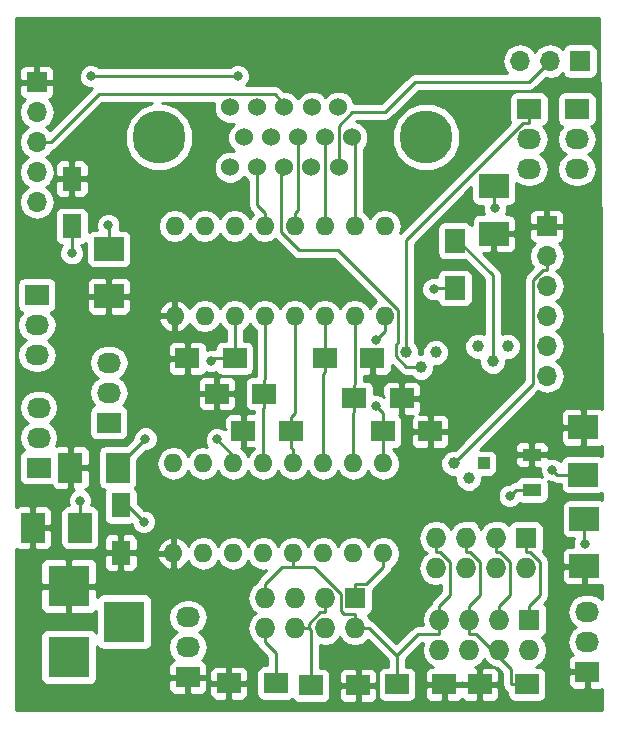
<source format=gbr>
%TF.GenerationSoftware,KiCad,Pcbnew,(2017-09-22 revision df472e6)-master*%
%TF.CreationDate,2018-05-20T17:38:45-07:00*%
%TF.ProjectId,ody_adap,6F64795F616461702E6B696361645F70,rev?*%
%TF.SameCoordinates,Original*%
%TF.FileFunction,Copper,L1,Top,Signal*%
%TF.FilePolarity,Positive*%
%FSLAX46Y46*%
G04 Gerber Fmt 4.6, Leading zero omitted, Abs format (unit mm)*
G04 Created by KiCad (PCBNEW (2017-09-22 revision df472e6)-master) date Sun May 20 17:38:45 2018*
%MOMM*%
%LPD*%
G01*
G04 APERTURE LIST*
%ADD10C,4.500000*%
%ADD11C,1.524000*%
%ADD12R,2.000000X1.700000*%
%ADD13R,2.000000X2.500000*%
%ADD14R,1.600000X2.000000*%
%ADD15R,2.500000X2.000000*%
%ADD16R,1.600000X1.000000*%
%ADD17R,3.500120X3.500120*%
%ADD18O,2.032000X1.727200*%
%ADD19R,2.032000X1.727200*%
%ADD20O,1.727200X1.727200*%
%ADD21R,1.727200X1.727200*%
%ADD22C,1.000760*%
%ADD23R,1.700000X2.000000*%
%ADD24O,1.600000X1.600000*%
%ADD25C,1.000000*%
%ADD26R,1.000000X1.000000*%
%ADD27R,1.700000X1.700000*%
%ADD28O,1.700000X1.700000*%
%ADD29C,0.800000*%
%ADD30C,0.250000*%
%ADD31C,0.254000*%
G04 APERTURE END LIST*
D10*
X118787000Y-75795000D03*
X141422000Y-75795000D03*
D11*
X124812000Y-73255000D03*
X127102000Y-73255000D03*
X129392000Y-73255000D03*
X131772000Y-73255000D03*
X133972000Y-73255000D03*
X125957000Y-75795000D03*
X128247000Y-75795000D03*
X130537000Y-75795000D03*
X132827000Y-75795000D03*
X135117000Y-75795000D03*
X124812000Y-78335000D03*
X127102000Y-78335000D03*
X129392000Y-78335000D03*
X131682000Y-78335000D03*
X134002000Y-78325000D03*
D12*
X145950000Y-122100000D03*
X149950000Y-122100000D03*
D13*
X112100000Y-108850000D03*
X108100000Y-108850000D03*
X111300000Y-103750000D03*
X115300000Y-103750000D03*
D14*
X111400000Y-79300000D03*
X111400000Y-83300000D03*
D15*
X154800000Y-108100000D03*
X154800000Y-112100000D03*
X147150000Y-83950000D03*
X147150000Y-79950000D03*
D14*
X115550000Y-106950000D03*
X115550000Y-110950000D03*
D15*
X114550000Y-85250000D03*
X114550000Y-89250000D03*
X154700000Y-100350000D03*
X154700000Y-104350000D03*
D16*
X150350000Y-102650000D03*
X150350000Y-105650000D03*
D17*
X111150000Y-113799860D03*
X111150000Y-119799340D03*
X115849000Y-116799600D03*
D18*
X150114000Y-78486000D03*
X150114000Y-75946000D03*
D19*
X150114000Y-73406000D03*
X154178000Y-73406000D03*
D18*
X154178000Y-75946000D03*
X154178000Y-78486000D03*
D19*
X121250000Y-121500000D03*
D18*
X121250000Y-118960000D03*
X121250000Y-116420000D03*
X155050000Y-115970000D03*
X155050000Y-118510000D03*
D19*
X155050000Y-121050000D03*
D20*
X142530000Y-119190000D03*
X142530000Y-116650000D03*
X145070000Y-119190000D03*
X145070000Y-116650000D03*
X147610000Y-119190000D03*
X147610000Y-116650000D03*
X150150000Y-119190000D03*
D21*
X150150000Y-116650000D03*
X135382000Y-114808000D03*
D20*
X135382000Y-117348000D03*
X132842000Y-114808000D03*
X132842000Y-117348000D03*
X130302000Y-114808000D03*
X130302000Y-117348000D03*
X127762000Y-114808000D03*
X127762000Y-117348000D03*
D21*
X149860000Y-109728000D03*
D20*
X149860000Y-112268000D03*
X147320000Y-109728000D03*
X147320000Y-112268000D03*
X144780000Y-109728000D03*
X144780000Y-112268000D03*
X142240000Y-109728000D03*
X142240000Y-112268000D03*
D19*
X108450000Y-89150000D03*
D18*
X108450000Y-91690000D03*
X108450000Y-94230000D03*
D19*
X114550000Y-99950000D03*
D18*
X114550000Y-97410000D03*
X114550000Y-94870000D03*
X108600000Y-98670000D03*
X108600000Y-101210000D03*
D19*
X108600000Y-103750000D03*
D22*
X148336000Y-93472000D03*
X145796000Y-93472000D03*
X147066000Y-94742000D03*
X140970000Y-95250000D03*
X139700000Y-93980000D03*
X142240000Y-93980000D03*
D23*
X143850000Y-88550000D03*
X143850000Y-84550000D03*
D12*
X124700000Y-122000000D03*
X128700000Y-122000000D03*
X131650000Y-122200000D03*
X135650000Y-122200000D03*
X138950000Y-122100000D03*
X142950000Y-122100000D03*
X137750000Y-100700000D03*
X141750000Y-100700000D03*
X139350000Y-97900000D03*
X135350000Y-97900000D03*
X132850000Y-94500000D03*
X136850000Y-94500000D03*
X125950000Y-100650000D03*
X129950000Y-100650000D03*
X127700000Y-97500000D03*
X123700000Y-97500000D03*
X121200000Y-94500000D03*
X125200000Y-94500000D03*
D24*
X137900000Y-83300000D03*
X135360000Y-83300000D03*
X132820000Y-83300000D03*
X130280000Y-83300000D03*
X127740000Y-83300000D03*
X125200000Y-83300000D03*
X122660000Y-83300000D03*
X120120000Y-83300000D03*
X120120000Y-90920000D03*
X122660000Y-90920000D03*
X125200000Y-90920000D03*
X127740000Y-90920000D03*
X130280000Y-90920000D03*
X132820000Y-90920000D03*
X135360000Y-90920000D03*
X137900000Y-90920000D03*
X137800000Y-111020000D03*
X135260000Y-111020000D03*
X132720000Y-111020000D03*
X130180000Y-111020000D03*
X127640000Y-111020000D03*
X125100000Y-111020000D03*
X122560000Y-111020000D03*
X120020000Y-111020000D03*
X120020000Y-103400000D03*
X122560000Y-103400000D03*
X125100000Y-103400000D03*
X127640000Y-103400000D03*
X130180000Y-103400000D03*
X132720000Y-103400000D03*
X135260000Y-103400000D03*
X137800000Y-103400000D03*
D25*
X145034000Y-104648000D03*
X143764000Y-103378000D03*
D26*
X146304000Y-103378000D03*
D27*
X151638000Y-83312000D03*
D28*
X151638000Y-85852000D03*
X151638000Y-88392000D03*
X151638000Y-90932000D03*
X151638000Y-93472000D03*
X151638000Y-96012000D03*
D27*
X154432000Y-69342000D03*
D28*
X151892000Y-69342000D03*
X149352000Y-69342000D03*
D27*
X108458000Y-71120000D03*
D28*
X108458000Y-73660000D03*
X108458000Y-76200000D03*
X108458000Y-78740000D03*
X108458000Y-81280000D03*
D29*
X142050000Y-88650000D03*
X147250000Y-81800000D03*
X148500000Y-106150000D03*
X154900000Y-110200000D03*
X152100000Y-103950000D03*
X112100000Y-106550000D03*
X117500000Y-108350000D03*
X117650000Y-101300000D03*
X114500000Y-83250000D03*
X111400000Y-85600000D03*
X125476000Y-70612000D03*
X113030000Y-70612000D03*
X137160000Y-98552000D03*
X137160000Y-92964000D03*
X123698000Y-101346000D03*
X123190000Y-94742000D03*
D30*
X142150000Y-88550000D02*
X142050000Y-88650000D01*
X143850000Y-88550000D02*
X142150000Y-88550000D01*
X147150000Y-81700000D02*
X147250000Y-81800000D01*
X147150000Y-79950000D02*
X147150000Y-81700000D01*
X149000000Y-105650000D02*
X148500000Y-106150000D01*
X150350000Y-105650000D02*
X149000000Y-105650000D01*
X154700000Y-104350000D02*
X154550000Y-104350000D01*
X154800000Y-110100000D02*
X154900000Y-110200000D01*
X154800000Y-108100000D02*
X154800000Y-110100000D01*
X112100000Y-108850000D02*
X112100000Y-106550000D01*
X116100000Y-106950000D02*
X117500000Y-108350000D01*
X115550000Y-106950000D02*
X116100000Y-106950000D01*
X115300000Y-103650000D02*
X117650000Y-101300000D01*
X115300000Y-103750000D02*
X115300000Y-103650000D01*
X114550000Y-83300000D02*
X114500000Y-83250000D01*
X114550000Y-85250000D02*
X114550000Y-83300000D01*
X111400000Y-83300000D02*
X111400000Y-85600000D01*
X154700000Y-104350000D02*
X154550000Y-104350000D01*
X152500000Y-104350000D02*
X152100000Y-103950000D01*
X154550000Y-104350000D02*
X152500000Y-104350000D01*
X134002000Y-78325000D02*
X134002000Y-74820000D01*
X134002000Y-74820000D02*
X135162000Y-73660000D01*
X135162000Y-73660000D02*
X137922000Y-73660000D01*
X137922000Y-73660000D02*
X140462000Y-71120000D01*
X140462000Y-71120000D02*
X150114000Y-71120000D01*
X150114000Y-71120000D02*
X151892000Y-69342000D01*
X129105500Y-78621500D02*
X129392000Y-78335000D01*
X129105500Y-83773300D02*
X129105500Y-78621500D01*
X130691700Y-85359500D02*
X129105500Y-83773300D01*
X133949000Y-85359500D02*
X130691700Y-85359500D01*
X139037600Y-90448100D02*
X133949000Y-85359500D01*
X139037600Y-93142000D02*
X139037600Y-90448100D01*
X138825600Y-93354000D02*
X139037600Y-93142000D01*
X138825600Y-94329600D02*
X138825600Y-93354000D01*
X139746000Y-95250000D02*
X138825600Y-94329600D01*
X140970000Y-95250000D02*
X139746000Y-95250000D01*
X143850000Y-84550000D02*
X144144000Y-84550000D01*
X144144000Y-84550000D02*
X144438000Y-84550000D01*
X147066000Y-87472000D02*
X147066000Y-94742000D01*
X144144000Y-84550000D02*
X147066000Y-87472000D01*
X127102000Y-81536700D02*
X127102000Y-78335000D01*
X127740000Y-82174700D02*
X127102000Y-81536700D01*
X127740000Y-83300000D02*
X127740000Y-82174700D01*
X137900000Y-83500000D02*
X137900000Y-83300000D01*
X135360000Y-76038000D02*
X135117000Y-75795000D01*
X135360000Y-76038000D02*
X135360000Y-83300000D01*
X132827000Y-82167700D02*
X132827000Y-75795000D01*
X132820000Y-82174700D02*
X132827000Y-82167700D01*
X132820000Y-83300000D02*
X132820000Y-82174700D01*
X130537000Y-81917700D02*
X130537000Y-75795000D01*
X130280000Y-82174700D02*
X130537000Y-81917700D01*
X130280000Y-83300000D02*
X130280000Y-82174700D01*
X129392000Y-73255000D02*
X129392000Y-72942000D01*
X113683100Y-72150200D02*
X109633300Y-76200000D01*
X128600200Y-72150200D02*
X113683100Y-72150200D01*
X129392000Y-72942000D02*
X128600200Y-72150200D01*
X108458000Y-76200000D02*
X109633300Y-76200000D01*
X125476000Y-70612000D02*
X113030000Y-70612000D01*
X149593900Y-74594900D02*
X150114000Y-74594900D01*
X139700000Y-84488800D02*
X149593900Y-74594900D01*
X139700000Y-93980000D02*
X139700000Y-84488800D01*
X150114000Y-73406000D02*
X150114000Y-74594900D01*
X136326200Y-113619100D02*
X135382000Y-113619100D01*
X137800000Y-112145300D02*
X136326200Y-113619100D01*
X137800000Y-111020000D02*
X137800000Y-112145300D01*
X135382000Y-114808000D02*
X135382000Y-113619100D01*
X128700000Y-119474900D02*
X128700000Y-122000000D01*
X127762000Y-118536900D02*
X128700000Y-119474900D01*
X127762000Y-117348000D02*
X127762000Y-118536900D01*
X150231600Y-110916900D02*
X149860000Y-110916900D01*
X151048900Y-111734200D02*
X150231600Y-110916900D01*
X151048900Y-114562200D02*
X151048900Y-111734200D01*
X150150000Y-115461100D02*
X151048900Y-114562200D01*
X150150000Y-116650000D02*
X150150000Y-115461100D01*
X149860000Y-109728000D02*
X149860000Y-110916900D01*
X143448600Y-114542500D02*
X142530000Y-115461100D01*
X143448600Y-111754000D02*
X143448600Y-114542500D01*
X142611500Y-110916900D02*
X143448600Y-111754000D01*
X142240000Y-110916900D02*
X142611500Y-110916900D01*
X142240000Y-109728000D02*
X142240000Y-110916900D01*
X142530000Y-116650000D02*
X142530000Y-115461100D01*
X138950000Y-122100000D02*
X138950000Y-121087300D01*
X142530000Y-116650000D02*
X142530000Y-117838900D01*
X129235800Y-112145300D02*
X127762000Y-113619100D01*
X130180000Y-112145300D02*
X129235800Y-112145300D01*
X127762000Y-114808000D02*
X127762000Y-113619100D01*
X135382000Y-117348000D02*
X136570900Y-117348000D01*
X138950000Y-121087300D02*
X138950000Y-119616500D01*
X140727600Y-117838900D02*
X138950000Y-119616500D01*
X142530000Y-117838900D02*
X140727600Y-117838900D01*
X138839400Y-119616500D02*
X136570900Y-117348000D01*
X138950000Y-119616500D02*
X138839400Y-119616500D01*
X130180000Y-111020000D02*
X130180000Y-112032700D01*
X130180000Y-112032700D02*
X130180000Y-112145300D01*
X134490300Y-116159100D02*
X135382000Y-116159100D01*
X134193100Y-115861900D02*
X134490300Y-116159100D01*
X134193100Y-114431800D02*
X134193100Y-115861900D01*
X131906600Y-112145300D02*
X134193100Y-114431800D01*
X130180000Y-112145300D02*
X131906600Y-112145300D01*
X135382000Y-117348000D02*
X135382000Y-116159100D01*
X131490900Y-116976500D02*
X131490900Y-117348000D01*
X132470500Y-115996900D02*
X131490900Y-116976500D01*
X132842000Y-115996900D02*
X132470500Y-115996900D01*
X132842000Y-114808000D02*
X132842000Y-115996900D01*
X130302000Y-117348000D02*
X131490900Y-117348000D01*
X131650000Y-117507100D02*
X131490900Y-117348000D01*
X131650000Y-122200000D02*
X131650000Y-117507100D01*
X147710000Y-108950000D02*
X147710000Y-109195000D01*
X147710000Y-109195000D02*
X147710000Y-109440000D01*
X147320000Y-109585000D02*
X147320000Y-109728000D01*
X147710000Y-109195000D02*
X147320000Y-109585000D01*
X147691600Y-110916900D02*
X147320000Y-110916900D01*
X148508900Y-111734200D02*
X147691600Y-110916900D01*
X148508900Y-114562200D02*
X148508900Y-111734200D01*
X147610000Y-115461100D02*
X148508900Y-114562200D01*
X147610000Y-116650000D02*
X147610000Y-115461100D01*
X147320000Y-109728000D02*
X147320000Y-110916900D01*
X147610000Y-119190000D02*
X147610000Y-119778500D01*
X145070000Y-116650000D02*
X145070000Y-117838900D01*
X145170000Y-108950000D02*
X145170000Y-108946200D01*
X145170000Y-108946200D02*
X145170000Y-108920000D01*
X145670400Y-117838900D02*
X145070000Y-117838900D01*
X147610000Y-119778500D02*
X145670400Y-117838900D01*
X148624700Y-120793200D02*
X147610000Y-119778500D01*
X148624700Y-122100000D02*
X148624700Y-120793200D01*
X149950000Y-122100000D02*
X148624700Y-122100000D01*
X144780000Y-109336200D02*
X144780000Y-109728000D01*
X145170000Y-108946200D02*
X144780000Y-109336200D01*
X145989500Y-114541600D02*
X145070000Y-115461100D01*
X145989500Y-111754900D02*
X145989500Y-114541600D01*
X145151500Y-110916900D02*
X145989500Y-111754900D01*
X144780000Y-110916900D02*
X145151500Y-110916900D01*
X144780000Y-109728000D02*
X144780000Y-110916900D01*
X145070000Y-116650000D02*
X145070000Y-115461100D01*
X137750000Y-100700000D02*
X137750000Y-99142000D01*
X137750000Y-99142000D02*
X137160000Y-98552000D01*
X137160000Y-92964000D02*
X137900000Y-92224000D01*
X137900000Y-92224000D02*
X137900000Y-90920000D01*
X137750000Y-102224700D02*
X137750000Y-100700000D01*
X137800000Y-102274700D02*
X137750000Y-102224700D01*
X137800000Y-103400000D02*
X137800000Y-102274700D01*
X135360000Y-96714700D02*
X135350000Y-96724700D01*
X135360000Y-90920000D02*
X135360000Y-96714700D01*
X135350000Y-97900000D02*
X135350000Y-96724700D01*
X135260000Y-99165300D02*
X135350000Y-99075300D01*
X135260000Y-103400000D02*
X135260000Y-99165300D01*
X135350000Y-97900000D02*
X135350000Y-99075300D01*
X132720000Y-95805300D02*
X132850000Y-95675300D01*
X132720000Y-103400000D02*
X132720000Y-95805300D01*
X132850000Y-94500000D02*
X132850000Y-95675300D01*
X132820000Y-93294700D02*
X132850000Y-93324700D01*
X132820000Y-90920000D02*
X132820000Y-93294700D01*
X132850000Y-94500000D02*
X132850000Y-93324700D01*
X129950000Y-102044700D02*
X129950000Y-100650000D01*
X130180000Y-102274700D02*
X129950000Y-102044700D01*
X130180000Y-103400000D02*
X130180000Y-102274700D01*
X130280000Y-99144700D02*
X129950000Y-99474700D01*
X130280000Y-90920000D02*
X130280000Y-99144700D01*
X129950000Y-100650000D02*
X129950000Y-99474700D01*
X127640000Y-98735300D02*
X127700000Y-98675300D01*
X127640000Y-103400000D02*
X127640000Y-98735300D01*
X127700000Y-97500000D02*
X127700000Y-98675300D01*
X127740000Y-96284700D02*
X127700000Y-96324700D01*
X127740000Y-90920000D02*
X127740000Y-96284700D01*
X127700000Y-97500000D02*
X127700000Y-96324700D01*
X125100000Y-103400000D02*
X125100000Y-102748000D01*
X125100000Y-102748000D02*
X123698000Y-101346000D01*
X123190000Y-94742000D02*
X123432000Y-94500000D01*
X123432000Y-94500000D02*
X125200000Y-94500000D01*
X125200000Y-90920000D02*
X125200000Y-94500000D01*
X150462700Y-96679300D02*
X143764000Y-103378000D01*
X150462700Y-87835200D02*
X150462700Y-96679300D01*
X151270600Y-87027300D02*
X150462700Y-87835200D01*
X151638000Y-87027300D02*
X151270600Y-87027300D01*
X151638000Y-85852000D02*
X151638000Y-87027300D01*
D31*
G36*
X156290000Y-97639263D02*
X156290000Y-98803513D01*
X156076310Y-98715000D01*
X154985750Y-98715000D01*
X154827000Y-98873750D01*
X154827000Y-100223000D01*
X154847000Y-100223000D01*
X154847000Y-100477000D01*
X154827000Y-100477000D01*
X154827000Y-101826250D01*
X154985750Y-101985000D01*
X156076310Y-101985000D01*
X156290000Y-101896487D01*
X156290000Y-102813473D01*
X156197765Y-102751843D01*
X155950000Y-102702560D01*
X153450000Y-102702560D01*
X153202235Y-102751843D01*
X152992191Y-102892191D01*
X152851843Y-103102235D01*
X152829297Y-103215581D01*
X152687046Y-103073081D01*
X152306777Y-102915180D01*
X151895029Y-102914821D01*
X151785000Y-102960284D01*
X151785000Y-102935750D01*
X151626250Y-102777000D01*
X150477000Y-102777000D01*
X150477000Y-103626250D01*
X150635750Y-103785000D01*
X151065144Y-103785000D01*
X151064821Y-104154971D01*
X151213675Y-104515226D01*
X151150000Y-104502560D01*
X149550000Y-104502560D01*
X149302235Y-104551843D01*
X149092191Y-104692191D01*
X148953890Y-104899172D01*
X148709161Y-104947852D01*
X148462599Y-105112599D01*
X148460233Y-105114965D01*
X148295029Y-105114821D01*
X147914485Y-105272058D01*
X147623081Y-105562954D01*
X147465180Y-105943223D01*
X147464821Y-106354971D01*
X147622058Y-106735515D01*
X147912954Y-107026919D01*
X148293223Y-107184820D01*
X148704971Y-107185179D01*
X149085515Y-107027942D01*
X149355229Y-106758698D01*
X149550000Y-106797440D01*
X151150000Y-106797440D01*
X151397765Y-106748157D01*
X151607809Y-106607809D01*
X151748157Y-106397765D01*
X151797440Y-106150000D01*
X151797440Y-105150000D01*
X151753003Y-104926596D01*
X151893223Y-104984820D01*
X152108678Y-104985008D01*
X152209160Y-105052148D01*
X152257414Y-105061746D01*
X152500000Y-105110000D01*
X152802560Y-105110000D01*
X152802560Y-105350000D01*
X152851843Y-105597765D01*
X152992191Y-105807809D01*
X153202235Y-105948157D01*
X153450000Y-105997440D01*
X155950000Y-105997440D01*
X156197765Y-105948157D01*
X156290000Y-105886527D01*
X156290000Y-106500298D01*
X156050000Y-106452560D01*
X153550000Y-106452560D01*
X153302235Y-106501843D01*
X153092191Y-106642191D01*
X152951843Y-106852235D01*
X152902560Y-107100000D01*
X152902560Y-109100000D01*
X152951843Y-109347765D01*
X153092191Y-109557809D01*
X153302235Y-109698157D01*
X153550000Y-109747440D01*
X153967238Y-109747440D01*
X153865180Y-109993223D01*
X153864821Y-110404971D01*
X153889624Y-110465000D01*
X153423690Y-110465000D01*
X153190301Y-110561673D01*
X153011673Y-110740302D01*
X152915000Y-110973691D01*
X152915000Y-111814250D01*
X153073750Y-111973000D01*
X154673000Y-111973000D01*
X154673000Y-111953000D01*
X154927000Y-111953000D01*
X154927000Y-111973000D01*
X154947000Y-111973000D01*
X154947000Y-112227000D01*
X154927000Y-112227000D01*
X154927000Y-113576250D01*
X155085750Y-113735000D01*
X156176310Y-113735000D01*
X156290000Y-113687908D01*
X156290000Y-114907380D01*
X155808234Y-114585474D01*
X155234745Y-114471400D01*
X154865255Y-114471400D01*
X154291766Y-114585474D01*
X153805585Y-114910330D01*
X153480729Y-115396511D01*
X153366655Y-115970000D01*
X153480729Y-116543489D01*
X153805585Y-117029670D01*
X154120366Y-117240000D01*
X153805585Y-117450330D01*
X153480729Y-117936511D01*
X153366655Y-118510000D01*
X153480729Y-119083489D01*
X153805585Y-119569670D01*
X153827780Y-119584500D01*
X153674302Y-119648073D01*
X153495673Y-119826701D01*
X153399000Y-120060090D01*
X153399000Y-120764250D01*
X153557750Y-120923000D01*
X154923000Y-120923000D01*
X154923000Y-120903000D01*
X155177000Y-120903000D01*
X155177000Y-120923000D01*
X155197000Y-120923000D01*
X155197000Y-121177000D01*
X155177000Y-121177000D01*
X155177000Y-122389850D01*
X155335750Y-122548600D01*
X156192309Y-122548600D01*
X156290000Y-122508135D01*
X156290000Y-124290000D01*
X106710000Y-124290000D01*
X106710000Y-118049280D01*
X108752500Y-118049280D01*
X108752500Y-121549400D01*
X108801783Y-121797165D01*
X108942131Y-122007209D01*
X109152175Y-122147557D01*
X109399940Y-122196840D01*
X112900060Y-122196840D01*
X113147825Y-122147557D01*
X113357869Y-122007209D01*
X113498217Y-121797165D01*
X113500487Y-121785750D01*
X119599000Y-121785750D01*
X119599000Y-122489910D01*
X119695673Y-122723299D01*
X119874302Y-122901927D01*
X120107691Y-122998600D01*
X120964250Y-122998600D01*
X121123000Y-122839850D01*
X121123000Y-121627000D01*
X121377000Y-121627000D01*
X121377000Y-122839850D01*
X121535750Y-122998600D01*
X122392309Y-122998600D01*
X122625698Y-122901927D01*
X122804327Y-122723299D01*
X122901000Y-122489910D01*
X122901000Y-122285750D01*
X123065000Y-122285750D01*
X123065000Y-122976310D01*
X123161673Y-123209699D01*
X123340302Y-123388327D01*
X123573691Y-123485000D01*
X124414250Y-123485000D01*
X124573000Y-123326250D01*
X124573000Y-122127000D01*
X124827000Y-122127000D01*
X124827000Y-123326250D01*
X124985750Y-123485000D01*
X125826309Y-123485000D01*
X126059698Y-123388327D01*
X126238327Y-123209699D01*
X126335000Y-122976310D01*
X126335000Y-122285750D01*
X126176250Y-122127000D01*
X124827000Y-122127000D01*
X124573000Y-122127000D01*
X123223750Y-122127000D01*
X123065000Y-122285750D01*
X122901000Y-122285750D01*
X122901000Y-121785750D01*
X122742250Y-121627000D01*
X121377000Y-121627000D01*
X121123000Y-121627000D01*
X119757750Y-121627000D01*
X119599000Y-121785750D01*
X113500487Y-121785750D01*
X113547500Y-121549400D01*
X113547500Y-118867341D01*
X113641131Y-119007469D01*
X113851175Y-119147817D01*
X114098940Y-119197100D01*
X117599060Y-119197100D01*
X117846825Y-119147817D01*
X118056869Y-119007469D01*
X118197217Y-118797425D01*
X118246500Y-118549660D01*
X118246500Y-116420000D01*
X119566655Y-116420000D01*
X119680729Y-116993489D01*
X120005585Y-117479670D01*
X120320366Y-117690000D01*
X120005585Y-117900330D01*
X119680729Y-118386511D01*
X119566655Y-118960000D01*
X119680729Y-119533489D01*
X120005585Y-120019670D01*
X120027780Y-120034500D01*
X119874302Y-120098073D01*
X119695673Y-120276701D01*
X119599000Y-120510090D01*
X119599000Y-121214250D01*
X119757750Y-121373000D01*
X121123000Y-121373000D01*
X121123000Y-121353000D01*
X121377000Y-121353000D01*
X121377000Y-121373000D01*
X122742250Y-121373000D01*
X122901000Y-121214250D01*
X122901000Y-121023690D01*
X123065000Y-121023690D01*
X123065000Y-121714250D01*
X123223750Y-121873000D01*
X124573000Y-121873000D01*
X124573000Y-120673750D01*
X124827000Y-120673750D01*
X124827000Y-121873000D01*
X126176250Y-121873000D01*
X126335000Y-121714250D01*
X126335000Y-121023690D01*
X126238327Y-120790301D01*
X126059698Y-120611673D01*
X125826309Y-120515000D01*
X124985750Y-120515000D01*
X124827000Y-120673750D01*
X124573000Y-120673750D01*
X124414250Y-120515000D01*
X123573691Y-120515000D01*
X123340302Y-120611673D01*
X123161673Y-120790301D01*
X123065000Y-121023690D01*
X122901000Y-121023690D01*
X122901000Y-120510090D01*
X122804327Y-120276701D01*
X122625698Y-120098073D01*
X122472220Y-120034500D01*
X122494415Y-120019670D01*
X122819271Y-119533489D01*
X122933345Y-118960000D01*
X122819271Y-118386511D01*
X122494415Y-117900330D01*
X122179634Y-117690000D01*
X122494415Y-117479670D01*
X122819271Y-116993489D01*
X122933345Y-116420000D01*
X122819271Y-115846511D01*
X122494415Y-115360330D01*
X122008234Y-115035474D01*
X121434745Y-114921400D01*
X121065255Y-114921400D01*
X120491766Y-115035474D01*
X120005585Y-115360330D01*
X119680729Y-115846511D01*
X119566655Y-116420000D01*
X118246500Y-116420000D01*
X118246500Y-115049540D01*
X118197217Y-114801775D01*
X118056869Y-114591731D01*
X117846825Y-114451383D01*
X117599060Y-114402100D01*
X114098940Y-114402100D01*
X113851175Y-114451383D01*
X113641131Y-114591731D01*
X113535060Y-114750476D01*
X113535060Y-114085610D01*
X113376310Y-113926860D01*
X111277000Y-113926860D01*
X111277000Y-116026170D01*
X111435750Y-116184920D01*
X113026370Y-116184920D01*
X113259759Y-116088247D01*
X113438387Y-115909618D01*
X113451500Y-115877960D01*
X113451500Y-117731599D01*
X113357869Y-117591471D01*
X113147825Y-117451123D01*
X112900060Y-117401840D01*
X109399940Y-117401840D01*
X109152175Y-117451123D01*
X108942131Y-117591471D01*
X108801783Y-117801515D01*
X108752500Y-118049280D01*
X106710000Y-118049280D01*
X106710000Y-114085610D01*
X108764940Y-114085610D01*
X108764940Y-115676229D01*
X108861613Y-115909618D01*
X109040241Y-116088247D01*
X109273630Y-116184920D01*
X110864250Y-116184920D01*
X111023000Y-116026170D01*
X111023000Y-113926860D01*
X108923690Y-113926860D01*
X108764940Y-114085610D01*
X106710000Y-114085610D01*
X106710000Y-111923491D01*
X108764940Y-111923491D01*
X108764940Y-113514110D01*
X108923690Y-113672860D01*
X111023000Y-113672860D01*
X111023000Y-111573550D01*
X111277000Y-111573550D01*
X111277000Y-113672860D01*
X113376310Y-113672860D01*
X113535060Y-113514110D01*
X113535060Y-111923491D01*
X113438387Y-111690102D01*
X113259759Y-111511473D01*
X113026370Y-111414800D01*
X111435750Y-111414800D01*
X111277000Y-111573550D01*
X111023000Y-111573550D01*
X110864250Y-111414800D01*
X109273630Y-111414800D01*
X109040241Y-111511473D01*
X108861613Y-111690102D01*
X108764940Y-111923491D01*
X106710000Y-111923491D01*
X106710000Y-111235750D01*
X114115000Y-111235750D01*
X114115000Y-112076309D01*
X114211673Y-112309698D01*
X114390301Y-112488327D01*
X114623690Y-112585000D01*
X115264250Y-112585000D01*
X115423000Y-112426250D01*
X115423000Y-111077000D01*
X115677000Y-111077000D01*
X115677000Y-112426250D01*
X115835750Y-112585000D01*
X116476310Y-112585000D01*
X116709699Y-112488327D01*
X116888327Y-112309698D01*
X116985000Y-112076309D01*
X116985000Y-111369041D01*
X118628086Y-111369041D01*
X118867611Y-111875134D01*
X119282577Y-112251041D01*
X119670961Y-112411904D01*
X119893000Y-112289915D01*
X119893000Y-111147000D01*
X118749371Y-111147000D01*
X118628086Y-111369041D01*
X116985000Y-111369041D01*
X116985000Y-111235750D01*
X116826250Y-111077000D01*
X115677000Y-111077000D01*
X115423000Y-111077000D01*
X114273750Y-111077000D01*
X114115000Y-111235750D01*
X106710000Y-111235750D01*
X106710000Y-110608025D01*
X106740302Y-110638327D01*
X106973691Y-110735000D01*
X107814250Y-110735000D01*
X107973000Y-110576250D01*
X107973000Y-108977000D01*
X108227000Y-108977000D01*
X108227000Y-110576250D01*
X108385750Y-110735000D01*
X109226309Y-110735000D01*
X109459698Y-110638327D01*
X109638327Y-110459699D01*
X109735000Y-110226310D01*
X109735000Y-109135750D01*
X109576250Y-108977000D01*
X108227000Y-108977000D01*
X107973000Y-108977000D01*
X107953000Y-108977000D01*
X107953000Y-108723000D01*
X107973000Y-108723000D01*
X107973000Y-107123750D01*
X108227000Y-107123750D01*
X108227000Y-108723000D01*
X109576250Y-108723000D01*
X109735000Y-108564250D01*
X109735000Y-107600000D01*
X110452560Y-107600000D01*
X110452560Y-110100000D01*
X110501843Y-110347765D01*
X110642191Y-110557809D01*
X110852235Y-110698157D01*
X111100000Y-110747440D01*
X113100000Y-110747440D01*
X113347765Y-110698157D01*
X113557809Y-110557809D01*
X113698157Y-110347765D01*
X113747440Y-110100000D01*
X113747440Y-109823691D01*
X114115000Y-109823691D01*
X114115000Y-110664250D01*
X114273750Y-110823000D01*
X115423000Y-110823000D01*
X115423000Y-109473750D01*
X115677000Y-109473750D01*
X115677000Y-110823000D01*
X116826250Y-110823000D01*
X116978291Y-110670959D01*
X118628086Y-110670959D01*
X118749371Y-110893000D01*
X119893000Y-110893000D01*
X119893000Y-109750085D01*
X120147000Y-109750085D01*
X120147000Y-110893000D01*
X120167000Y-110893000D01*
X120167000Y-111147000D01*
X120147000Y-111147000D01*
X120147000Y-112289915D01*
X120369039Y-112411904D01*
X120757423Y-112251041D01*
X121172389Y-111875134D01*
X121275014Y-111658297D01*
X121545302Y-112062811D01*
X122010849Y-112373880D01*
X122560000Y-112483113D01*
X123109151Y-112373880D01*
X123574698Y-112062811D01*
X123830000Y-111680725D01*
X124085302Y-112062811D01*
X124550849Y-112373880D01*
X125100000Y-112483113D01*
X125649151Y-112373880D01*
X126114698Y-112062811D01*
X126370000Y-111680725D01*
X126625302Y-112062811D01*
X127090849Y-112373880D01*
X127640000Y-112483113D01*
X127868670Y-112437628D01*
X127224599Y-113081699D01*
X127059852Y-113328261D01*
X127025024Y-113503354D01*
X126702330Y-113718971D01*
X126377474Y-114205152D01*
X126263400Y-114778641D01*
X126263400Y-114837359D01*
X126377474Y-115410848D01*
X126702330Y-115897029D01*
X126973172Y-116078000D01*
X126702330Y-116258971D01*
X126377474Y-116745152D01*
X126263400Y-117318641D01*
X126263400Y-117377359D01*
X126377474Y-117950848D01*
X126702330Y-118437029D01*
X127025024Y-118652646D01*
X127059852Y-118827739D01*
X127224599Y-119074301D01*
X127940000Y-119789702D01*
X127940000Y-120502560D01*
X127700000Y-120502560D01*
X127452235Y-120551843D01*
X127242191Y-120692191D01*
X127101843Y-120902235D01*
X127052560Y-121150000D01*
X127052560Y-122850000D01*
X127101843Y-123097765D01*
X127242191Y-123307809D01*
X127452235Y-123448157D01*
X127700000Y-123497440D01*
X129700000Y-123497440D01*
X129947765Y-123448157D01*
X130089190Y-123353659D01*
X130192191Y-123507809D01*
X130402235Y-123648157D01*
X130650000Y-123697440D01*
X132650000Y-123697440D01*
X132897765Y-123648157D01*
X133107809Y-123507809D01*
X133248157Y-123297765D01*
X133297440Y-123050000D01*
X133297440Y-122485750D01*
X134015000Y-122485750D01*
X134015000Y-123176310D01*
X134111673Y-123409699D01*
X134290302Y-123588327D01*
X134523691Y-123685000D01*
X135364250Y-123685000D01*
X135523000Y-123526250D01*
X135523000Y-122327000D01*
X135777000Y-122327000D01*
X135777000Y-123526250D01*
X135935750Y-123685000D01*
X136776309Y-123685000D01*
X137009698Y-123588327D01*
X137188327Y-123409699D01*
X137285000Y-123176310D01*
X137285000Y-122485750D01*
X137126250Y-122327000D01*
X135777000Y-122327000D01*
X135523000Y-122327000D01*
X134173750Y-122327000D01*
X134015000Y-122485750D01*
X133297440Y-122485750D01*
X133297440Y-121350000D01*
X133272316Y-121223690D01*
X134015000Y-121223690D01*
X134015000Y-121914250D01*
X134173750Y-122073000D01*
X135523000Y-122073000D01*
X135523000Y-120873750D01*
X135777000Y-120873750D01*
X135777000Y-122073000D01*
X137126250Y-122073000D01*
X137285000Y-121914250D01*
X137285000Y-121223690D01*
X137188327Y-120990301D01*
X137009698Y-120811673D01*
X136776309Y-120715000D01*
X135935750Y-120715000D01*
X135777000Y-120873750D01*
X135523000Y-120873750D01*
X135364250Y-120715000D01*
X134523691Y-120715000D01*
X134290302Y-120811673D01*
X134111673Y-120990301D01*
X134015000Y-121223690D01*
X133272316Y-121223690D01*
X133248157Y-121102235D01*
X133107809Y-120892191D01*
X132897765Y-120751843D01*
X132650000Y-120702560D01*
X132410000Y-120702560D01*
X132410000Y-118790029D01*
X132842000Y-118875959D01*
X133415489Y-118761885D01*
X133901670Y-118437029D01*
X134112000Y-118122248D01*
X134322330Y-118437029D01*
X134808511Y-118761885D01*
X135382000Y-118875959D01*
X135955489Y-118761885D01*
X136441670Y-118437029D01*
X136499131Y-118351033D01*
X138190000Y-120041902D01*
X138190000Y-120602560D01*
X137950000Y-120602560D01*
X137702235Y-120651843D01*
X137492191Y-120792191D01*
X137351843Y-121002235D01*
X137302560Y-121250000D01*
X137302560Y-122950000D01*
X137351843Y-123197765D01*
X137492191Y-123407809D01*
X137702235Y-123548157D01*
X137950000Y-123597440D01*
X139950000Y-123597440D01*
X140197765Y-123548157D01*
X140407809Y-123407809D01*
X140548157Y-123197765D01*
X140597440Y-122950000D01*
X140597440Y-122385750D01*
X141315000Y-122385750D01*
X141315000Y-123076310D01*
X141411673Y-123309699D01*
X141590302Y-123488327D01*
X141823691Y-123585000D01*
X142664250Y-123585000D01*
X142823000Y-123426250D01*
X142823000Y-122227000D01*
X143077000Y-122227000D01*
X143077000Y-123426250D01*
X143235750Y-123585000D01*
X144076309Y-123585000D01*
X144309698Y-123488327D01*
X144450000Y-123348026D01*
X144590302Y-123488327D01*
X144823691Y-123585000D01*
X145664250Y-123585000D01*
X145823000Y-123426250D01*
X145823000Y-122227000D01*
X146077000Y-122227000D01*
X146077000Y-123426250D01*
X146235750Y-123585000D01*
X147076309Y-123585000D01*
X147309698Y-123488327D01*
X147488327Y-123309699D01*
X147585000Y-123076310D01*
X147585000Y-122385750D01*
X147426250Y-122227000D01*
X146077000Y-122227000D01*
X145823000Y-122227000D01*
X144473750Y-122227000D01*
X144450000Y-122250750D01*
X144426250Y-122227000D01*
X143077000Y-122227000D01*
X142823000Y-122227000D01*
X141473750Y-122227000D01*
X141315000Y-122385750D01*
X140597440Y-122385750D01*
X140597440Y-121250000D01*
X140548157Y-121002235D01*
X140407809Y-120792191D01*
X140197765Y-120651843D01*
X139950000Y-120602560D01*
X139710000Y-120602560D01*
X139710000Y-119931302D01*
X141042402Y-118598900D01*
X141143137Y-118598900D01*
X141031400Y-119160641D01*
X141031400Y-119219359D01*
X141145474Y-119792848D01*
X141470330Y-120279029D01*
X141956511Y-120603885D01*
X142012390Y-120615000D01*
X141823691Y-120615000D01*
X141590302Y-120711673D01*
X141411673Y-120890301D01*
X141315000Y-121123690D01*
X141315000Y-121814250D01*
X141473750Y-121973000D01*
X142823000Y-121973000D01*
X142823000Y-121953000D01*
X143077000Y-121953000D01*
X143077000Y-121973000D01*
X144426250Y-121973000D01*
X144450000Y-121949250D01*
X144473750Y-121973000D01*
X145823000Y-121973000D01*
X145823000Y-120773750D01*
X146077000Y-120773750D01*
X146077000Y-121973000D01*
X147426250Y-121973000D01*
X147585000Y-121814250D01*
X147585000Y-121123690D01*
X147488327Y-120890301D01*
X147309698Y-120711673D01*
X147076309Y-120615000D01*
X146235750Y-120615000D01*
X146077000Y-120773750D01*
X145823000Y-120773750D01*
X145664250Y-120615000D01*
X145587610Y-120615000D01*
X145643489Y-120603885D01*
X146129670Y-120279029D01*
X146340000Y-119964248D01*
X146550330Y-120279029D01*
X147036511Y-120603885D01*
X147441051Y-120684353D01*
X147864700Y-121108003D01*
X147864700Y-122100000D01*
X147922552Y-122390839D01*
X148087299Y-122637401D01*
X148302560Y-122781233D01*
X148302560Y-122950000D01*
X148351843Y-123197765D01*
X148492191Y-123407809D01*
X148702235Y-123548157D01*
X148950000Y-123597440D01*
X150950000Y-123597440D01*
X151197765Y-123548157D01*
X151407809Y-123407809D01*
X151548157Y-123197765D01*
X151597440Y-122950000D01*
X151597440Y-121335750D01*
X153399000Y-121335750D01*
X153399000Y-122039910D01*
X153495673Y-122273299D01*
X153674302Y-122451927D01*
X153907691Y-122548600D01*
X154764250Y-122548600D01*
X154923000Y-122389850D01*
X154923000Y-121177000D01*
X153557750Y-121177000D01*
X153399000Y-121335750D01*
X151597440Y-121335750D01*
X151597440Y-121250000D01*
X151548157Y-121002235D01*
X151407809Y-120792191D01*
X151197765Y-120651843D01*
X150950000Y-120602560D01*
X150725472Y-120602560D01*
X151209670Y-120279029D01*
X151534526Y-119792848D01*
X151648600Y-119219359D01*
X151648600Y-119160641D01*
X151534526Y-118587152D01*
X151222096Y-118119568D01*
X151261365Y-118111757D01*
X151471409Y-117971409D01*
X151611757Y-117761365D01*
X151661040Y-117513600D01*
X151661040Y-115786400D01*
X151611757Y-115538635D01*
X151471409Y-115328591D01*
X151403012Y-115282890D01*
X151586301Y-115099601D01*
X151751048Y-114853039D01*
X151808900Y-114562200D01*
X151808900Y-112385750D01*
X152915000Y-112385750D01*
X152915000Y-113226309D01*
X153011673Y-113459698D01*
X153190301Y-113638327D01*
X153423690Y-113735000D01*
X154514250Y-113735000D01*
X154673000Y-113576250D01*
X154673000Y-112227000D01*
X153073750Y-112227000D01*
X152915000Y-112385750D01*
X151808900Y-112385750D01*
X151808900Y-111734200D01*
X151751048Y-111443361D01*
X151586301Y-111196799D01*
X151284550Y-110895048D01*
X151321757Y-110839365D01*
X151371040Y-110591600D01*
X151371040Y-108864400D01*
X151321757Y-108616635D01*
X151181409Y-108406591D01*
X150971365Y-108266243D01*
X150723600Y-108216960D01*
X148996400Y-108216960D01*
X148748635Y-108266243D01*
X148538591Y-108406591D01*
X148398243Y-108616635D01*
X148394914Y-108633369D01*
X148247401Y-108412599D01*
X148000839Y-108247852D01*
X147710000Y-108190000D01*
X147489761Y-108233809D01*
X147320000Y-108200041D01*
X146746511Y-108314115D01*
X146260330Y-108638971D01*
X146050000Y-108953752D01*
X145888693Y-108712340D01*
X145872148Y-108629161D01*
X145707401Y-108382599D01*
X145460839Y-108217852D01*
X145170000Y-108160000D01*
X144879161Y-108217852D01*
X144876954Y-108219326D01*
X144780000Y-108200041D01*
X144206511Y-108314115D01*
X143720330Y-108638971D01*
X143510000Y-108953752D01*
X143299670Y-108638971D01*
X142813489Y-108314115D01*
X142240000Y-108200041D01*
X141666511Y-108314115D01*
X141180330Y-108638971D01*
X140855474Y-109125152D01*
X140741400Y-109698641D01*
X140741400Y-109757359D01*
X140855474Y-110330848D01*
X141180330Y-110817029D01*
X141451172Y-110998000D01*
X141180330Y-111178971D01*
X140855474Y-111665152D01*
X140741400Y-112238641D01*
X140741400Y-112297359D01*
X140855474Y-112870848D01*
X141180330Y-113357029D01*
X141666511Y-113681885D01*
X142240000Y-113795959D01*
X142688600Y-113706727D01*
X142688600Y-114227698D01*
X141992599Y-114923699D01*
X141827852Y-115170261D01*
X141793024Y-115345354D01*
X141470330Y-115560971D01*
X141145474Y-116047152D01*
X141031400Y-116620641D01*
X141031400Y-116679359D01*
X141110874Y-117078900D01*
X140727600Y-117078900D01*
X140436761Y-117136752D01*
X140190199Y-117301499D01*
X138894700Y-118596998D01*
X137108301Y-116810599D01*
X136861739Y-116645852D01*
X136675411Y-116608789D01*
X136454096Y-116277568D01*
X136493365Y-116269757D01*
X136703409Y-116129409D01*
X136843757Y-115919365D01*
X136893040Y-115671600D01*
X136893040Y-114127062D01*
X138337401Y-112682701D01*
X138502148Y-112436139D01*
X138539882Y-112246437D01*
X138814698Y-112062811D01*
X139125767Y-111597264D01*
X139235000Y-111048113D01*
X139235000Y-110991887D01*
X139125767Y-110442736D01*
X138814698Y-109977189D01*
X138349151Y-109666120D01*
X137800000Y-109556887D01*
X137250849Y-109666120D01*
X136785302Y-109977189D01*
X136530000Y-110359275D01*
X136274698Y-109977189D01*
X135809151Y-109666120D01*
X135260000Y-109556887D01*
X134710849Y-109666120D01*
X134245302Y-109977189D01*
X133990000Y-110359275D01*
X133734698Y-109977189D01*
X133269151Y-109666120D01*
X132720000Y-109556887D01*
X132170849Y-109666120D01*
X131705302Y-109977189D01*
X131450000Y-110359275D01*
X131194698Y-109977189D01*
X130729151Y-109666120D01*
X130180000Y-109556887D01*
X129630849Y-109666120D01*
X129165302Y-109977189D01*
X128910000Y-110359275D01*
X128654698Y-109977189D01*
X128189151Y-109666120D01*
X127640000Y-109556887D01*
X127090849Y-109666120D01*
X126625302Y-109977189D01*
X126370000Y-110359275D01*
X126114698Y-109977189D01*
X125649151Y-109666120D01*
X125100000Y-109556887D01*
X124550849Y-109666120D01*
X124085302Y-109977189D01*
X123830000Y-110359275D01*
X123574698Y-109977189D01*
X123109151Y-109666120D01*
X122560000Y-109556887D01*
X122010849Y-109666120D01*
X121545302Y-109977189D01*
X121275014Y-110381703D01*
X121172389Y-110164866D01*
X120757423Y-109788959D01*
X120369039Y-109628096D01*
X120147000Y-109750085D01*
X119893000Y-109750085D01*
X119670961Y-109628096D01*
X119282577Y-109788959D01*
X118867611Y-110164866D01*
X118628086Y-110670959D01*
X116978291Y-110670959D01*
X116985000Y-110664250D01*
X116985000Y-109823691D01*
X116888327Y-109590302D01*
X116709699Y-109411673D01*
X116476310Y-109315000D01*
X115835750Y-109315000D01*
X115677000Y-109473750D01*
X115423000Y-109473750D01*
X115264250Y-109315000D01*
X114623690Y-109315000D01*
X114390301Y-109411673D01*
X114211673Y-109590302D01*
X114115000Y-109823691D01*
X113747440Y-109823691D01*
X113747440Y-107600000D01*
X113698157Y-107352235D01*
X113557809Y-107142191D01*
X113347765Y-107001843D01*
X113100000Y-106952560D01*
X113053524Y-106952560D01*
X113134820Y-106756777D01*
X113135179Y-106345029D01*
X112977942Y-105964485D01*
X112687046Y-105673081D01*
X112510927Y-105599950D01*
X112659698Y-105538327D01*
X112838327Y-105359699D01*
X112935000Y-105126310D01*
X112935000Y-104035750D01*
X112776250Y-103877000D01*
X111427000Y-103877000D01*
X111427000Y-105476250D01*
X111585750Y-105635000D01*
X111604173Y-105635000D01*
X111514485Y-105672058D01*
X111223081Y-105962954D01*
X111065180Y-106343223D01*
X111064821Y-106754971D01*
X111146463Y-106952560D01*
X111100000Y-106952560D01*
X110852235Y-107001843D01*
X110642191Y-107142191D01*
X110501843Y-107352235D01*
X110452560Y-107600000D01*
X109735000Y-107600000D01*
X109735000Y-107473690D01*
X109638327Y-107240301D01*
X109459698Y-107061673D01*
X109226309Y-106965000D01*
X108385750Y-106965000D01*
X108227000Y-107123750D01*
X107973000Y-107123750D01*
X107814250Y-106965000D01*
X106973691Y-106965000D01*
X106740302Y-107061673D01*
X106710000Y-107091975D01*
X106710000Y-98670000D01*
X106916655Y-98670000D01*
X107030729Y-99243489D01*
X107355585Y-99729670D01*
X107670366Y-99940000D01*
X107355585Y-100150330D01*
X107030729Y-100636511D01*
X106916655Y-101210000D01*
X107030729Y-101783489D01*
X107355585Y-102269670D01*
X107372566Y-102281016D01*
X107336235Y-102288243D01*
X107126191Y-102428591D01*
X106985843Y-102638635D01*
X106936560Y-102886400D01*
X106936560Y-104613600D01*
X106985843Y-104861365D01*
X107126191Y-105071409D01*
X107336235Y-105211757D01*
X107584000Y-105261040D01*
X109616000Y-105261040D01*
X109712829Y-105241780D01*
X109761673Y-105359699D01*
X109940302Y-105538327D01*
X110173691Y-105635000D01*
X111014250Y-105635000D01*
X111173000Y-105476250D01*
X111173000Y-103877000D01*
X111153000Y-103877000D01*
X111153000Y-103623000D01*
X111173000Y-103623000D01*
X111173000Y-102023750D01*
X111427000Y-102023750D01*
X111427000Y-103623000D01*
X112776250Y-103623000D01*
X112935000Y-103464250D01*
X112935000Y-102500000D01*
X113652560Y-102500000D01*
X113652560Y-105000000D01*
X113701843Y-105247765D01*
X113842191Y-105457809D01*
X114052235Y-105598157D01*
X114201542Y-105627856D01*
X114151843Y-105702235D01*
X114102560Y-105950000D01*
X114102560Y-107950000D01*
X114151843Y-108197765D01*
X114292191Y-108407809D01*
X114502235Y-108548157D01*
X114750000Y-108597440D01*
X116350000Y-108597440D01*
X116472316Y-108573110D01*
X116622058Y-108935515D01*
X116912954Y-109226919D01*
X117293223Y-109384820D01*
X117704971Y-109385179D01*
X118085515Y-109227942D01*
X118376919Y-108937046D01*
X118534820Y-108556777D01*
X118535179Y-108145029D01*
X118377942Y-107764485D01*
X118087046Y-107473081D01*
X117706777Y-107315180D01*
X117539836Y-107315034D01*
X116997440Y-106772638D01*
X116997440Y-105950000D01*
X116948157Y-105702235D01*
X116807809Y-105492191D01*
X116757081Y-105458295D01*
X116757809Y-105457809D01*
X116898157Y-105247765D01*
X116947440Y-105000000D01*
X116947440Y-103077362D01*
X117689767Y-102335035D01*
X117854971Y-102335179D01*
X118235515Y-102177942D01*
X118526919Y-101887046D01*
X118684820Y-101506777D01*
X118685179Y-101095029D01*
X118527942Y-100714485D01*
X118237046Y-100423081D01*
X117856777Y-100265180D01*
X117445029Y-100264821D01*
X117064485Y-100422058D01*
X116773081Y-100712954D01*
X116615180Y-101093223D01*
X116615034Y-101260164D01*
X116022638Y-101852560D01*
X114300000Y-101852560D01*
X114052235Y-101901843D01*
X113842191Y-102042191D01*
X113701843Y-102252235D01*
X113652560Y-102500000D01*
X112935000Y-102500000D01*
X112935000Y-102373690D01*
X112838327Y-102140301D01*
X112659698Y-101961673D01*
X112426309Y-101865000D01*
X111585750Y-101865000D01*
X111427000Y-102023750D01*
X111173000Y-102023750D01*
X111014250Y-101865000D01*
X110173691Y-101865000D01*
X110092273Y-101898724D01*
X110169271Y-101783489D01*
X110283345Y-101210000D01*
X110169271Y-100636511D01*
X109844415Y-100150330D01*
X109529634Y-99940000D01*
X109844415Y-99729670D01*
X110169271Y-99243489D01*
X110283345Y-98670000D01*
X110169271Y-98096511D01*
X109844415Y-97610330D01*
X109358234Y-97285474D01*
X108784745Y-97171400D01*
X108415255Y-97171400D01*
X107841766Y-97285474D01*
X107355585Y-97610330D01*
X107030729Y-98096511D01*
X106916655Y-98670000D01*
X106710000Y-98670000D01*
X106710000Y-91690000D01*
X106766655Y-91690000D01*
X106880729Y-92263489D01*
X107205585Y-92749670D01*
X107520366Y-92960000D01*
X107205585Y-93170330D01*
X106880729Y-93656511D01*
X106766655Y-94230000D01*
X106880729Y-94803489D01*
X107205585Y-95289670D01*
X107691766Y-95614526D01*
X108265255Y-95728600D01*
X108634745Y-95728600D01*
X109208234Y-95614526D01*
X109694415Y-95289670D01*
X109974829Y-94870000D01*
X112866655Y-94870000D01*
X112980729Y-95443489D01*
X113305585Y-95929670D01*
X113620366Y-96140000D01*
X113305585Y-96350330D01*
X112980729Y-96836511D01*
X112866655Y-97410000D01*
X112980729Y-97983489D01*
X113305585Y-98469670D01*
X113322566Y-98481016D01*
X113286235Y-98488243D01*
X113076191Y-98628591D01*
X112935843Y-98838635D01*
X112886560Y-99086400D01*
X112886560Y-100813600D01*
X112935843Y-101061365D01*
X113076191Y-101271409D01*
X113286235Y-101411757D01*
X113534000Y-101461040D01*
X115566000Y-101461040D01*
X115813765Y-101411757D01*
X116023809Y-101271409D01*
X116164157Y-101061365D01*
X116213440Y-100813600D01*
X116213440Y-99086400D01*
X116164157Y-98838635D01*
X116023809Y-98628591D01*
X115813765Y-98488243D01*
X115777434Y-98481016D01*
X115794415Y-98469670D01*
X116119271Y-97983489D01*
X116158603Y-97785750D01*
X122065000Y-97785750D01*
X122065000Y-98476310D01*
X122161673Y-98709699D01*
X122340302Y-98888327D01*
X122573691Y-98985000D01*
X123414250Y-98985000D01*
X123573000Y-98826250D01*
X123573000Y-97627000D01*
X123827000Y-97627000D01*
X123827000Y-98826250D01*
X123985750Y-98985000D01*
X124826309Y-98985000D01*
X125059698Y-98888327D01*
X125238327Y-98709699D01*
X125335000Y-98476310D01*
X125335000Y-97785750D01*
X125176250Y-97627000D01*
X123827000Y-97627000D01*
X123573000Y-97627000D01*
X122223750Y-97627000D01*
X122065000Y-97785750D01*
X116158603Y-97785750D01*
X116233345Y-97410000D01*
X116119271Y-96836511D01*
X115910251Y-96523690D01*
X122065000Y-96523690D01*
X122065000Y-97214250D01*
X122223750Y-97373000D01*
X123573000Y-97373000D01*
X123573000Y-96173750D01*
X123827000Y-96173750D01*
X123827000Y-97373000D01*
X125176250Y-97373000D01*
X125335000Y-97214250D01*
X125335000Y-96523690D01*
X125238327Y-96290301D01*
X125059698Y-96111673D01*
X124826309Y-96015000D01*
X123985750Y-96015000D01*
X123827000Y-96173750D01*
X123573000Y-96173750D01*
X123414250Y-96015000D01*
X122573691Y-96015000D01*
X122340302Y-96111673D01*
X122161673Y-96290301D01*
X122065000Y-96523690D01*
X115910251Y-96523690D01*
X115794415Y-96350330D01*
X115479634Y-96140000D01*
X115794415Y-95929670D01*
X116119271Y-95443489D01*
X116233345Y-94870000D01*
X116216587Y-94785750D01*
X119565000Y-94785750D01*
X119565000Y-95476310D01*
X119661673Y-95709699D01*
X119840302Y-95888327D01*
X120073691Y-95985000D01*
X120914250Y-95985000D01*
X121073000Y-95826250D01*
X121073000Y-94627000D01*
X119723750Y-94627000D01*
X119565000Y-94785750D01*
X116216587Y-94785750D01*
X116119271Y-94296511D01*
X115794415Y-93810330D01*
X115365429Y-93523690D01*
X119565000Y-93523690D01*
X119565000Y-94214250D01*
X119723750Y-94373000D01*
X121073000Y-94373000D01*
X121073000Y-93173750D01*
X120914250Y-93015000D01*
X120073691Y-93015000D01*
X119840302Y-93111673D01*
X119661673Y-93290301D01*
X119565000Y-93523690D01*
X115365429Y-93523690D01*
X115308234Y-93485474D01*
X114734745Y-93371400D01*
X114365255Y-93371400D01*
X113791766Y-93485474D01*
X113305585Y-93810330D01*
X112980729Y-94296511D01*
X112866655Y-94870000D01*
X109974829Y-94870000D01*
X110019271Y-94803489D01*
X110133345Y-94230000D01*
X110019271Y-93656511D01*
X109694415Y-93170330D01*
X109379634Y-92960000D01*
X109694415Y-92749670D01*
X110019271Y-92263489D01*
X110133345Y-91690000D01*
X110049612Y-91269041D01*
X118728086Y-91269041D01*
X118967611Y-91775134D01*
X119382577Y-92151041D01*
X119770961Y-92311904D01*
X119993000Y-92189915D01*
X119993000Y-91047000D01*
X118849371Y-91047000D01*
X118728086Y-91269041D01*
X110049612Y-91269041D01*
X110019271Y-91116511D01*
X109694415Y-90630330D01*
X109677434Y-90618984D01*
X109713765Y-90611757D01*
X109923809Y-90471409D01*
X110064157Y-90261365D01*
X110113440Y-90013600D01*
X110113440Y-89535750D01*
X112665000Y-89535750D01*
X112665000Y-90376309D01*
X112761673Y-90609698D01*
X112940301Y-90788327D01*
X113173690Y-90885000D01*
X114264250Y-90885000D01*
X114423000Y-90726250D01*
X114423000Y-89377000D01*
X114677000Y-89377000D01*
X114677000Y-90726250D01*
X114835750Y-90885000D01*
X115926310Y-90885000D01*
X116159699Y-90788327D01*
X116338327Y-90609698D01*
X116354373Y-90570959D01*
X118728086Y-90570959D01*
X118849371Y-90793000D01*
X119993000Y-90793000D01*
X119993000Y-89650085D01*
X119770961Y-89528096D01*
X119382577Y-89688959D01*
X118967611Y-90064866D01*
X118728086Y-90570959D01*
X116354373Y-90570959D01*
X116435000Y-90376309D01*
X116435000Y-89535750D01*
X116276250Y-89377000D01*
X114677000Y-89377000D01*
X114423000Y-89377000D01*
X112823750Y-89377000D01*
X112665000Y-89535750D01*
X110113440Y-89535750D01*
X110113440Y-88286400D01*
X110081076Y-88123691D01*
X112665000Y-88123691D01*
X112665000Y-88964250D01*
X112823750Y-89123000D01*
X114423000Y-89123000D01*
X114423000Y-87773750D01*
X114677000Y-87773750D01*
X114677000Y-89123000D01*
X116276250Y-89123000D01*
X116435000Y-88964250D01*
X116435000Y-88123691D01*
X116338327Y-87890302D01*
X116159699Y-87711673D01*
X115926310Y-87615000D01*
X114835750Y-87615000D01*
X114677000Y-87773750D01*
X114423000Y-87773750D01*
X114264250Y-87615000D01*
X113173690Y-87615000D01*
X112940301Y-87711673D01*
X112761673Y-87890302D01*
X112665000Y-88123691D01*
X110081076Y-88123691D01*
X110064157Y-88038635D01*
X109923809Y-87828591D01*
X109713765Y-87688243D01*
X109466000Y-87638960D01*
X107434000Y-87638960D01*
X107186235Y-87688243D01*
X106976191Y-87828591D01*
X106835843Y-88038635D01*
X106786560Y-88286400D01*
X106786560Y-90013600D01*
X106835843Y-90261365D01*
X106976191Y-90471409D01*
X107186235Y-90611757D01*
X107222566Y-90618984D01*
X107205585Y-90630330D01*
X106880729Y-91116511D01*
X106766655Y-91690000D01*
X106710000Y-91690000D01*
X106710000Y-73660000D01*
X106943907Y-73660000D01*
X107056946Y-74228285D01*
X107378853Y-74710054D01*
X107708026Y-74930000D01*
X107378853Y-75149946D01*
X107056946Y-75631715D01*
X106943907Y-76200000D01*
X107056946Y-76768285D01*
X107378853Y-77250054D01*
X107708026Y-77470000D01*
X107378853Y-77689946D01*
X107056946Y-78171715D01*
X106943907Y-78740000D01*
X107056946Y-79308285D01*
X107378853Y-79790054D01*
X107708026Y-80010000D01*
X107378853Y-80229946D01*
X107056946Y-80711715D01*
X106943907Y-81280000D01*
X107056946Y-81848285D01*
X107378853Y-82330054D01*
X107860622Y-82651961D01*
X108428907Y-82765000D01*
X108487093Y-82765000D01*
X109055378Y-82651961D01*
X109537147Y-82330054D01*
X109557228Y-82300000D01*
X109952560Y-82300000D01*
X109952560Y-84300000D01*
X110001843Y-84547765D01*
X110142191Y-84757809D01*
X110352235Y-84898157D01*
X110590585Y-84945567D01*
X110523081Y-85012954D01*
X110365180Y-85393223D01*
X110364821Y-85804971D01*
X110522058Y-86185515D01*
X110812954Y-86476919D01*
X111193223Y-86634820D01*
X111604971Y-86635179D01*
X111985515Y-86477942D01*
X112276919Y-86187046D01*
X112434820Y-85806777D01*
X112435179Y-85395029D01*
X112277942Y-85014485D01*
X112209189Y-84945612D01*
X112447765Y-84898157D01*
X112652560Y-84761316D01*
X112652560Y-86250000D01*
X112701843Y-86497765D01*
X112842191Y-86707809D01*
X113052235Y-86848157D01*
X113300000Y-86897440D01*
X115800000Y-86897440D01*
X116047765Y-86848157D01*
X116257809Y-86707809D01*
X116398157Y-86497765D01*
X116447440Y-86250000D01*
X116447440Y-84250000D01*
X116398157Y-84002235D01*
X116257809Y-83792191D01*
X116047765Y-83651843D01*
X115800000Y-83602560D01*
X115474286Y-83602560D01*
X115534820Y-83456777D01*
X115535179Y-83045029D01*
X115377942Y-82664485D01*
X115087046Y-82373081D01*
X114706777Y-82215180D01*
X114295029Y-82214821D01*
X113914485Y-82372058D01*
X113623081Y-82662954D01*
X113465180Y-83043223D01*
X113464821Y-83454971D01*
X113525803Y-83602560D01*
X113300000Y-83602560D01*
X113052235Y-83651843D01*
X112847440Y-83788684D01*
X112847440Y-82300000D01*
X112798157Y-82052235D01*
X112657809Y-81842191D01*
X112447765Y-81701843D01*
X112200000Y-81652560D01*
X110600000Y-81652560D01*
X110352235Y-81701843D01*
X110142191Y-81842191D01*
X110001843Y-82052235D01*
X109952560Y-82300000D01*
X109557228Y-82300000D01*
X109859054Y-81848285D01*
X109972093Y-81280000D01*
X109859054Y-80711715D01*
X109537147Y-80229946D01*
X109207974Y-80010000D01*
X109537147Y-79790054D01*
X109673658Y-79585750D01*
X109965000Y-79585750D01*
X109965000Y-80426309D01*
X110061673Y-80659698D01*
X110240301Y-80838327D01*
X110473690Y-80935000D01*
X111114250Y-80935000D01*
X111273000Y-80776250D01*
X111273000Y-79427000D01*
X111527000Y-79427000D01*
X111527000Y-80776250D01*
X111685750Y-80935000D01*
X112326310Y-80935000D01*
X112559699Y-80838327D01*
X112738327Y-80659698D01*
X112835000Y-80426309D01*
X112835000Y-79585750D01*
X112676250Y-79427000D01*
X111527000Y-79427000D01*
X111273000Y-79427000D01*
X110123750Y-79427000D01*
X109965000Y-79585750D01*
X109673658Y-79585750D01*
X109859054Y-79308285D01*
X109965000Y-78775659D01*
X109965000Y-79014250D01*
X110123750Y-79173000D01*
X111273000Y-79173000D01*
X111273000Y-77823750D01*
X111527000Y-77823750D01*
X111527000Y-79173000D01*
X112676250Y-79173000D01*
X112835000Y-79014250D01*
X112835000Y-78173691D01*
X112738327Y-77940302D01*
X112559699Y-77761673D01*
X112326310Y-77665000D01*
X111685750Y-77665000D01*
X111527000Y-77823750D01*
X111273000Y-77823750D01*
X111114250Y-77665000D01*
X110473690Y-77665000D01*
X110240301Y-77761673D01*
X110061673Y-77940302D01*
X109965000Y-78173691D01*
X109965000Y-78704341D01*
X109859054Y-78171715D01*
X109537147Y-77689946D01*
X109207974Y-77470000D01*
X109537147Y-77250054D01*
X109745923Y-76937598D01*
X109924139Y-76902148D01*
X110170701Y-76737401D01*
X113997902Y-72910200D01*
X118213964Y-72910200D01*
X117154914Y-73347790D01*
X116342643Y-74158645D01*
X115902502Y-75218620D01*
X115901501Y-76366344D01*
X116339790Y-77427086D01*
X117150645Y-78239357D01*
X118210620Y-78679498D01*
X119358344Y-78680499D01*
X120419086Y-78242210D01*
X121231357Y-77431355D01*
X121671498Y-76371380D01*
X121672499Y-75223656D01*
X121234210Y-74162914D01*
X120423355Y-73350643D01*
X119363380Y-72910502D01*
X119017114Y-72910200D01*
X123442524Y-72910200D01*
X123415243Y-72975900D01*
X123414758Y-73531661D01*
X123626990Y-74045303D01*
X124019630Y-74438629D01*
X124532900Y-74651757D01*
X125088661Y-74652242D01*
X125149591Y-74627066D01*
X124773371Y-75002630D01*
X124560243Y-75515900D01*
X124559758Y-76071661D01*
X124771990Y-76585303D01*
X125147829Y-76961799D01*
X125091100Y-76938243D01*
X124535339Y-76937758D01*
X124021697Y-77149990D01*
X123628371Y-77542630D01*
X123415243Y-78055900D01*
X123414758Y-78611661D01*
X123626990Y-79125303D01*
X124019630Y-79518629D01*
X124532900Y-79731757D01*
X125088661Y-79732242D01*
X125602303Y-79520010D01*
X125957274Y-79165658D01*
X126309630Y-79518629D01*
X126342000Y-79532070D01*
X126342000Y-81536700D01*
X126399852Y-81827539D01*
X126564599Y-82074101D01*
X126738721Y-82248223D01*
X126725302Y-82257189D01*
X126470000Y-82639275D01*
X126214698Y-82257189D01*
X125749151Y-81946120D01*
X125200000Y-81836887D01*
X124650849Y-81946120D01*
X124185302Y-82257189D01*
X123930000Y-82639275D01*
X123674698Y-82257189D01*
X123209151Y-81946120D01*
X122660000Y-81836887D01*
X122110849Y-81946120D01*
X121645302Y-82257189D01*
X121390000Y-82639275D01*
X121134698Y-82257189D01*
X120669151Y-81946120D01*
X120120000Y-81836887D01*
X119570849Y-81946120D01*
X119105302Y-82257189D01*
X118794233Y-82722736D01*
X118685000Y-83271887D01*
X118685000Y-83328113D01*
X118794233Y-83877264D01*
X119105302Y-84342811D01*
X119570849Y-84653880D01*
X120120000Y-84763113D01*
X120669151Y-84653880D01*
X121134698Y-84342811D01*
X121390000Y-83960725D01*
X121645302Y-84342811D01*
X122110849Y-84653880D01*
X122660000Y-84763113D01*
X123209151Y-84653880D01*
X123674698Y-84342811D01*
X123930000Y-83960725D01*
X124185302Y-84342811D01*
X124650849Y-84653880D01*
X125200000Y-84763113D01*
X125749151Y-84653880D01*
X126214698Y-84342811D01*
X126470000Y-83960725D01*
X126725302Y-84342811D01*
X127190849Y-84653880D01*
X127740000Y-84763113D01*
X128289151Y-84653880D01*
X128662089Y-84404691D01*
X130154299Y-85896901D01*
X130400861Y-86061648D01*
X130691700Y-86119500D01*
X133634198Y-86119500D01*
X137188977Y-89674279D01*
X136885302Y-89877189D01*
X136630000Y-90259275D01*
X136374698Y-89877189D01*
X135909151Y-89566120D01*
X135360000Y-89456887D01*
X134810849Y-89566120D01*
X134345302Y-89877189D01*
X134090000Y-90259275D01*
X133834698Y-89877189D01*
X133369151Y-89566120D01*
X132820000Y-89456887D01*
X132270849Y-89566120D01*
X131805302Y-89877189D01*
X131550000Y-90259275D01*
X131294698Y-89877189D01*
X130829151Y-89566120D01*
X130280000Y-89456887D01*
X129730849Y-89566120D01*
X129265302Y-89877189D01*
X129010000Y-90259275D01*
X128754698Y-89877189D01*
X128289151Y-89566120D01*
X127740000Y-89456887D01*
X127190849Y-89566120D01*
X126725302Y-89877189D01*
X126470000Y-90259275D01*
X126214698Y-89877189D01*
X125749151Y-89566120D01*
X125200000Y-89456887D01*
X124650849Y-89566120D01*
X124185302Y-89877189D01*
X123930000Y-90259275D01*
X123674698Y-89877189D01*
X123209151Y-89566120D01*
X122660000Y-89456887D01*
X122110849Y-89566120D01*
X121645302Y-89877189D01*
X121375014Y-90281703D01*
X121272389Y-90064866D01*
X120857423Y-89688959D01*
X120469039Y-89528096D01*
X120247000Y-89650085D01*
X120247000Y-90793000D01*
X120267000Y-90793000D01*
X120267000Y-91047000D01*
X120247000Y-91047000D01*
X120247000Y-92189915D01*
X120469039Y-92311904D01*
X120857423Y-92151041D01*
X121272389Y-91775134D01*
X121375014Y-91558297D01*
X121645302Y-91962811D01*
X122110849Y-92273880D01*
X122660000Y-92383113D01*
X123209151Y-92273880D01*
X123674698Y-91962811D01*
X123930000Y-91580725D01*
X124185302Y-91962811D01*
X124440000Y-92132995D01*
X124440000Y-93002560D01*
X124200000Y-93002560D01*
X123952235Y-93051843D01*
X123742191Y-93192191D01*
X123601843Y-93402235D01*
X123552560Y-93650000D01*
X123552560Y-93740000D01*
X123475817Y-93740000D01*
X123396777Y-93707180D01*
X122985029Y-93706821D01*
X122835000Y-93768811D01*
X122835000Y-93523690D01*
X122738327Y-93290301D01*
X122559698Y-93111673D01*
X122326309Y-93015000D01*
X121485750Y-93015000D01*
X121327000Y-93173750D01*
X121327000Y-94373000D01*
X121347000Y-94373000D01*
X121347000Y-94627000D01*
X121327000Y-94627000D01*
X121327000Y-95826250D01*
X121485750Y-95985000D01*
X122326309Y-95985000D01*
X122559698Y-95888327D01*
X122738327Y-95709699D01*
X122750544Y-95680204D01*
X122983223Y-95776820D01*
X123394971Y-95777179D01*
X123651030Y-95671378D01*
X123742191Y-95807809D01*
X123952235Y-95948157D01*
X124200000Y-95997440D01*
X126200000Y-95997440D01*
X126447765Y-95948157D01*
X126657809Y-95807809D01*
X126798157Y-95597765D01*
X126847440Y-95350000D01*
X126847440Y-93650000D01*
X126798157Y-93402235D01*
X126657809Y-93192191D01*
X126447765Y-93051843D01*
X126200000Y-93002560D01*
X125960000Y-93002560D01*
X125960000Y-92132995D01*
X126214698Y-91962811D01*
X126470000Y-91580725D01*
X126725302Y-91962811D01*
X126980000Y-92132995D01*
X126980000Y-96002560D01*
X126700000Y-96002560D01*
X126452235Y-96051843D01*
X126242191Y-96192191D01*
X126101843Y-96402235D01*
X126052560Y-96650000D01*
X126052560Y-98350000D01*
X126101843Y-98597765D01*
X126242191Y-98807809D01*
X126452235Y-98948157D01*
X126700000Y-98997440D01*
X126880000Y-98997440D01*
X126880000Y-99165000D01*
X126235750Y-99165000D01*
X126077000Y-99323750D01*
X126077000Y-100523000D01*
X126097000Y-100523000D01*
X126097000Y-100777000D01*
X126077000Y-100777000D01*
X126077000Y-101976250D01*
X126235750Y-102135000D01*
X126880000Y-102135000D01*
X126880000Y-102187005D01*
X126625302Y-102357189D01*
X126370000Y-102739275D01*
X126114698Y-102357189D01*
X125711482Y-102087768D01*
X125823000Y-101976250D01*
X125823000Y-100777000D01*
X125803000Y-100777000D01*
X125803000Y-100523000D01*
X125823000Y-100523000D01*
X125823000Y-99323750D01*
X125664250Y-99165000D01*
X124823691Y-99165000D01*
X124590302Y-99261673D01*
X124411673Y-99440301D01*
X124315000Y-99673690D01*
X124315000Y-100364250D01*
X124473748Y-100522998D01*
X124338869Y-100522998D01*
X124285046Y-100469081D01*
X123904777Y-100311180D01*
X123493029Y-100310821D01*
X123112485Y-100468058D01*
X122821081Y-100758954D01*
X122663180Y-101139223D01*
X122662821Y-101550971D01*
X122820058Y-101931515D01*
X122891182Y-102002763D01*
X122560000Y-101936887D01*
X122010849Y-102046120D01*
X121545302Y-102357189D01*
X121290000Y-102739275D01*
X121034698Y-102357189D01*
X120569151Y-102046120D01*
X120020000Y-101936887D01*
X119470849Y-102046120D01*
X119005302Y-102357189D01*
X118694233Y-102822736D01*
X118585000Y-103371887D01*
X118585000Y-103428113D01*
X118694233Y-103977264D01*
X119005302Y-104442811D01*
X119470849Y-104753880D01*
X120020000Y-104863113D01*
X120569151Y-104753880D01*
X121034698Y-104442811D01*
X121290000Y-104060725D01*
X121545302Y-104442811D01*
X122010849Y-104753880D01*
X122560000Y-104863113D01*
X123109151Y-104753880D01*
X123574698Y-104442811D01*
X123830000Y-104060725D01*
X124085302Y-104442811D01*
X124550849Y-104753880D01*
X125100000Y-104863113D01*
X125649151Y-104753880D01*
X126114698Y-104442811D01*
X126370000Y-104060725D01*
X126625302Y-104442811D01*
X127090849Y-104753880D01*
X127640000Y-104863113D01*
X128189151Y-104753880D01*
X128654698Y-104442811D01*
X128910000Y-104060725D01*
X129165302Y-104442811D01*
X129630849Y-104753880D01*
X130180000Y-104863113D01*
X130729151Y-104753880D01*
X131194698Y-104442811D01*
X131450000Y-104060725D01*
X131705302Y-104442811D01*
X132170849Y-104753880D01*
X132720000Y-104863113D01*
X133269151Y-104753880D01*
X133734698Y-104442811D01*
X133990000Y-104060725D01*
X134245302Y-104442811D01*
X134710849Y-104753880D01*
X135260000Y-104863113D01*
X135809151Y-104753880D01*
X136274698Y-104442811D01*
X136530000Y-104060725D01*
X136785302Y-104442811D01*
X137250849Y-104753880D01*
X137800000Y-104863113D01*
X138349151Y-104753880D01*
X138814698Y-104442811D01*
X139125767Y-103977264D01*
X139200257Y-103602775D01*
X142628803Y-103602775D01*
X142801233Y-104020086D01*
X143120235Y-104339645D01*
X143537244Y-104512803D01*
X143899117Y-104513119D01*
X143898803Y-104872775D01*
X144071233Y-105290086D01*
X144390235Y-105609645D01*
X144807244Y-105782803D01*
X145258775Y-105783197D01*
X145676086Y-105610767D01*
X145995645Y-105291765D01*
X146168803Y-104874756D01*
X146169108Y-104525440D01*
X146804000Y-104525440D01*
X147051765Y-104476157D01*
X147261809Y-104335809D01*
X147402157Y-104125765D01*
X147451440Y-103878000D01*
X147451440Y-102935750D01*
X148915000Y-102935750D01*
X148915000Y-103276309D01*
X149011673Y-103509698D01*
X149190301Y-103688327D01*
X149423690Y-103785000D01*
X150064250Y-103785000D01*
X150223000Y-103626250D01*
X150223000Y-102777000D01*
X149073750Y-102777000D01*
X148915000Y-102935750D01*
X147451440Y-102935750D01*
X147451440Y-102878000D01*
X147402157Y-102630235D01*
X147261809Y-102420191D01*
X147051765Y-102279843D01*
X146804000Y-102230560D01*
X145986242Y-102230560D01*
X146193111Y-102023691D01*
X148915000Y-102023691D01*
X148915000Y-102364250D01*
X149073750Y-102523000D01*
X150223000Y-102523000D01*
X150223000Y-101673750D01*
X150477000Y-101673750D01*
X150477000Y-102523000D01*
X151626250Y-102523000D01*
X151785000Y-102364250D01*
X151785000Y-102023691D01*
X151688327Y-101790302D01*
X151509699Y-101611673D01*
X151276310Y-101515000D01*
X150635750Y-101515000D01*
X150477000Y-101673750D01*
X150223000Y-101673750D01*
X150064250Y-101515000D01*
X149423690Y-101515000D01*
X149190301Y-101611673D01*
X149011673Y-101790302D01*
X148915000Y-102023691D01*
X146193111Y-102023691D01*
X147581052Y-100635750D01*
X152815000Y-100635750D01*
X152815000Y-101476309D01*
X152911673Y-101709698D01*
X153090301Y-101888327D01*
X153323690Y-101985000D01*
X154414250Y-101985000D01*
X154573000Y-101826250D01*
X154573000Y-100477000D01*
X152973750Y-100477000D01*
X152815000Y-100635750D01*
X147581052Y-100635750D01*
X148993111Y-99223691D01*
X152815000Y-99223691D01*
X152815000Y-100064250D01*
X152973750Y-100223000D01*
X154573000Y-100223000D01*
X154573000Y-98873750D01*
X154414250Y-98715000D01*
X153323690Y-98715000D01*
X153090301Y-98811673D01*
X152911673Y-98990302D01*
X152815000Y-99223691D01*
X148993111Y-99223691D01*
X150916066Y-97300736D01*
X151040622Y-97383961D01*
X151608907Y-97497000D01*
X151667093Y-97497000D01*
X152235378Y-97383961D01*
X152717147Y-97062054D01*
X153039054Y-96580285D01*
X153152093Y-96012000D01*
X153039054Y-95443715D01*
X152717147Y-94961946D01*
X152387974Y-94742000D01*
X152717147Y-94522054D01*
X153039054Y-94040285D01*
X153152093Y-93472000D01*
X153039054Y-92903715D01*
X152717147Y-92421946D01*
X152387974Y-92202000D01*
X152717147Y-91982054D01*
X153039054Y-91500285D01*
X153152093Y-90932000D01*
X153039054Y-90363715D01*
X152717147Y-89881946D01*
X152387974Y-89662000D01*
X152717147Y-89442054D01*
X153039054Y-88960285D01*
X153152093Y-88392000D01*
X153039054Y-87823715D01*
X152717147Y-87341946D01*
X152387974Y-87122000D01*
X152717147Y-86902054D01*
X153039054Y-86420285D01*
X153152093Y-85852000D01*
X153039054Y-85283715D01*
X152717147Y-84801946D01*
X152673223Y-84772597D01*
X152847698Y-84700327D01*
X153026327Y-84521699D01*
X153123000Y-84288310D01*
X153123000Y-83597750D01*
X152964250Y-83439000D01*
X151765000Y-83439000D01*
X151765000Y-83459000D01*
X151511000Y-83459000D01*
X151511000Y-83439000D01*
X150311750Y-83439000D01*
X150153000Y-83597750D01*
X150153000Y-84288310D01*
X150249673Y-84521699D01*
X150428302Y-84700327D01*
X150602777Y-84772597D01*
X150558853Y-84801946D01*
X150236946Y-85283715D01*
X150123907Y-85852000D01*
X150236946Y-86420285D01*
X150463600Y-86759498D01*
X149925299Y-87297799D01*
X149760552Y-87544361D01*
X149702700Y-87835200D01*
X149702700Y-96364498D01*
X143824146Y-102243052D01*
X143539225Y-102242803D01*
X143121914Y-102415233D01*
X142802355Y-102734235D01*
X142629197Y-103151244D01*
X142628803Y-103602775D01*
X139200257Y-103602775D01*
X139235000Y-103428113D01*
X139235000Y-103371887D01*
X139125767Y-102822736D01*
X138814698Y-102357189D01*
X138575617Y-102197440D01*
X138750000Y-102197440D01*
X138997765Y-102148157D01*
X139207809Y-102007809D01*
X139348157Y-101797765D01*
X139397440Y-101550000D01*
X139397440Y-100985750D01*
X140115000Y-100985750D01*
X140115000Y-101676310D01*
X140211673Y-101909699D01*
X140390302Y-102088327D01*
X140623691Y-102185000D01*
X141464250Y-102185000D01*
X141623000Y-102026250D01*
X141623000Y-100827000D01*
X141877000Y-100827000D01*
X141877000Y-102026250D01*
X142035750Y-102185000D01*
X142876309Y-102185000D01*
X143109698Y-102088327D01*
X143288327Y-101909699D01*
X143385000Y-101676310D01*
X143385000Y-100985750D01*
X143226250Y-100827000D01*
X141877000Y-100827000D01*
X141623000Y-100827000D01*
X140273750Y-100827000D01*
X140115000Y-100985750D01*
X139397440Y-100985750D01*
X139397440Y-99850000D01*
X139348157Y-99602235D01*
X139207809Y-99392191D01*
X139117441Y-99331809D01*
X139223000Y-99226250D01*
X139223000Y-98027000D01*
X139477000Y-98027000D01*
X139477000Y-99226250D01*
X139635750Y-99385000D01*
X140316975Y-99385000D01*
X140211673Y-99490301D01*
X140115000Y-99723690D01*
X140115000Y-100414250D01*
X140273750Y-100573000D01*
X141623000Y-100573000D01*
X141623000Y-99373750D01*
X141877000Y-99373750D01*
X141877000Y-100573000D01*
X143226250Y-100573000D01*
X143385000Y-100414250D01*
X143385000Y-99723690D01*
X143288327Y-99490301D01*
X143109698Y-99311673D01*
X142876309Y-99215000D01*
X142035750Y-99215000D01*
X141877000Y-99373750D01*
X141623000Y-99373750D01*
X141464250Y-99215000D01*
X140783025Y-99215000D01*
X140888327Y-99109699D01*
X140985000Y-98876310D01*
X140985000Y-98185750D01*
X140826250Y-98027000D01*
X139477000Y-98027000D01*
X139223000Y-98027000D01*
X139203000Y-98027000D01*
X139203000Y-97773000D01*
X139223000Y-97773000D01*
X139223000Y-96573750D01*
X139477000Y-96573750D01*
X139477000Y-97773000D01*
X140826250Y-97773000D01*
X140985000Y-97614250D01*
X140985000Y-96923690D01*
X140888327Y-96690301D01*
X140709698Y-96511673D01*
X140476309Y-96415000D01*
X139635750Y-96415000D01*
X139477000Y-96573750D01*
X139223000Y-96573750D01*
X139064250Y-96415000D01*
X138223691Y-96415000D01*
X137990302Y-96511673D01*
X137811673Y-96690301D01*
X137715000Y-96923690D01*
X137715000Y-97614250D01*
X137873748Y-97772998D01*
X137844792Y-97772998D01*
X137747046Y-97675081D01*
X137366777Y-97517180D01*
X136997440Y-97516858D01*
X136997440Y-97050000D01*
X136948157Y-96802235D01*
X136807809Y-96592191D01*
X136597765Y-96451843D01*
X136350000Y-96402560D01*
X136120000Y-96402560D01*
X136120000Y-95985000D01*
X136564250Y-95985000D01*
X136723000Y-95826250D01*
X136723000Y-94627000D01*
X136703000Y-94627000D01*
X136703000Y-94373000D01*
X136723000Y-94373000D01*
X136723000Y-94353000D01*
X136977000Y-94353000D01*
X136977000Y-94373000D01*
X136997000Y-94373000D01*
X136997000Y-94627000D01*
X136977000Y-94627000D01*
X136977000Y-95826250D01*
X137135750Y-95985000D01*
X137976309Y-95985000D01*
X138209698Y-95888327D01*
X138388327Y-95709699D01*
X138485000Y-95476310D01*
X138485000Y-95063802D01*
X139208599Y-95787401D01*
X139455161Y-95952148D01*
X139746000Y-96010000D01*
X140124405Y-96010000D01*
X140326019Y-96211967D01*
X140743168Y-96385182D01*
X141194850Y-96385576D01*
X141612301Y-96213089D01*
X141931967Y-95893981D01*
X142105182Y-95476832D01*
X142105497Y-95115263D01*
X142464850Y-95115576D01*
X142882301Y-94943089D01*
X143201967Y-94623981D01*
X143375182Y-94206832D01*
X143375576Y-93755150D01*
X143203089Y-93337699D01*
X142883981Y-93018033D01*
X142466832Y-92844818D01*
X142015150Y-92844424D01*
X141597699Y-93016911D01*
X141278033Y-93336019D01*
X141104818Y-93753168D01*
X141104503Y-94114737D01*
X140835263Y-94114503D01*
X140835576Y-93755150D01*
X140663089Y-93337699D01*
X140460000Y-93134255D01*
X140460000Y-88854971D01*
X141014821Y-88854971D01*
X141172058Y-89235515D01*
X141462954Y-89526919D01*
X141843223Y-89684820D01*
X142254971Y-89685179D01*
X142369995Y-89637652D01*
X142401843Y-89797765D01*
X142542191Y-90007809D01*
X142752235Y-90148157D01*
X143000000Y-90197440D01*
X144700000Y-90197440D01*
X144947765Y-90148157D01*
X145157809Y-90007809D01*
X145298157Y-89797765D01*
X145347440Y-89550000D01*
X145347440Y-87550000D01*
X145298157Y-87302235D01*
X145157809Y-87092191D01*
X144947765Y-86951843D01*
X144700000Y-86902560D01*
X143000000Y-86902560D01*
X142752235Y-86951843D01*
X142542191Y-87092191D01*
X142401843Y-87302235D01*
X142352560Y-87550000D01*
X142352560Y-87654952D01*
X142256777Y-87615180D01*
X141845029Y-87614821D01*
X141464485Y-87772058D01*
X141173081Y-88062954D01*
X141015180Y-88443223D01*
X141014821Y-88854971D01*
X140460000Y-88854971D01*
X140460000Y-84803602D01*
X145252560Y-80011042D01*
X145252560Y-80950000D01*
X145301843Y-81197765D01*
X145442191Y-81407809D01*
X145652235Y-81548157D01*
X145900000Y-81597440D01*
X146215176Y-81597440D01*
X146214821Y-82004971D01*
X146342922Y-82315000D01*
X145773690Y-82315000D01*
X145540301Y-82411673D01*
X145361673Y-82590302D01*
X145265000Y-82823691D01*
X145265000Y-83252612D01*
X145157809Y-83092191D01*
X144947765Y-82951843D01*
X144700000Y-82902560D01*
X143000000Y-82902560D01*
X142752235Y-82951843D01*
X142542191Y-83092191D01*
X142401843Y-83302235D01*
X142352560Y-83550000D01*
X142352560Y-85550000D01*
X142401843Y-85797765D01*
X142542191Y-86007809D01*
X142752235Y-86148157D01*
X143000000Y-86197440D01*
X144700000Y-86197440D01*
X144713878Y-86194680D01*
X146306000Y-87786802D01*
X146306000Y-92454399D01*
X146022832Y-92336818D01*
X145571150Y-92336424D01*
X145153699Y-92508911D01*
X144834033Y-92828019D01*
X144660818Y-93245168D01*
X144660424Y-93696850D01*
X144832911Y-94114301D01*
X145152019Y-94433967D01*
X145569168Y-94607182D01*
X145930737Y-94607497D01*
X145930424Y-94966850D01*
X146102911Y-95384301D01*
X146422019Y-95703967D01*
X146839168Y-95877182D01*
X147290850Y-95877576D01*
X147708301Y-95705089D01*
X148027967Y-95385981D01*
X148201182Y-94968832D01*
X148201497Y-94607263D01*
X148560850Y-94607576D01*
X148978301Y-94435089D01*
X149297967Y-94115981D01*
X149471182Y-93698832D01*
X149471576Y-93247150D01*
X149299089Y-92829699D01*
X148979981Y-92510033D01*
X148562832Y-92336818D01*
X148111150Y-92336424D01*
X147826000Y-92454245D01*
X147826000Y-87472000D01*
X147768148Y-87181161D01*
X147603401Y-86934599D01*
X146253802Y-85585000D01*
X146864250Y-85585000D01*
X147023000Y-85426250D01*
X147023000Y-84077000D01*
X147277000Y-84077000D01*
X147277000Y-85426250D01*
X147435750Y-85585000D01*
X148526310Y-85585000D01*
X148759699Y-85488327D01*
X148938327Y-85309698D01*
X149035000Y-85076309D01*
X149035000Y-84235750D01*
X148876250Y-84077000D01*
X147277000Y-84077000D01*
X147023000Y-84077000D01*
X147003000Y-84077000D01*
X147003000Y-83823000D01*
X147023000Y-83823000D01*
X147023000Y-83803000D01*
X147277000Y-83803000D01*
X147277000Y-83823000D01*
X148876250Y-83823000D01*
X149035000Y-83664250D01*
X149035000Y-82823691D01*
X148938327Y-82590302D01*
X148759699Y-82411673D01*
X148576261Y-82335690D01*
X150153000Y-82335690D01*
X150153000Y-83026250D01*
X150311750Y-83185000D01*
X151511000Y-83185000D01*
X151511000Y-81985750D01*
X151765000Y-81985750D01*
X151765000Y-83185000D01*
X152964250Y-83185000D01*
X153123000Y-83026250D01*
X153123000Y-82335690D01*
X153026327Y-82102301D01*
X152847698Y-81923673D01*
X152614309Y-81827000D01*
X151923750Y-81827000D01*
X151765000Y-81985750D01*
X151511000Y-81985750D01*
X151352250Y-81827000D01*
X150661691Y-81827000D01*
X150428302Y-81923673D01*
X150249673Y-82102301D01*
X150153000Y-82335690D01*
X148576261Y-82335690D01*
X148526310Y-82315000D01*
X148156835Y-82315000D01*
X148284820Y-82006777D01*
X148285177Y-81597440D01*
X148400000Y-81597440D01*
X148647765Y-81548157D01*
X148857809Y-81407809D01*
X148998157Y-81197765D01*
X149047440Y-80950000D01*
X149047440Y-79664509D01*
X149355766Y-79870526D01*
X149929255Y-79984600D01*
X150298745Y-79984600D01*
X150872234Y-79870526D01*
X151358415Y-79545670D01*
X151683271Y-79059489D01*
X151797345Y-78486000D01*
X151683271Y-77912511D01*
X151358415Y-77426330D01*
X151043634Y-77216000D01*
X151358415Y-77005670D01*
X151683271Y-76519489D01*
X151797345Y-75946000D01*
X152494655Y-75946000D01*
X152608729Y-76519489D01*
X152933585Y-77005670D01*
X153248366Y-77216000D01*
X152933585Y-77426330D01*
X152608729Y-77912511D01*
X152494655Y-78486000D01*
X152608729Y-79059489D01*
X152933585Y-79545670D01*
X153419766Y-79870526D01*
X153993255Y-79984600D01*
X154362745Y-79984600D01*
X154936234Y-79870526D01*
X155422415Y-79545670D01*
X155747271Y-79059489D01*
X155861345Y-78486000D01*
X155747271Y-77912511D01*
X155422415Y-77426330D01*
X155107634Y-77216000D01*
X155422415Y-77005670D01*
X155747271Y-76519489D01*
X155861345Y-75946000D01*
X155747271Y-75372511D01*
X155422415Y-74886330D01*
X155405434Y-74874984D01*
X155441765Y-74867757D01*
X155651809Y-74727409D01*
X155792157Y-74517365D01*
X155841440Y-74269600D01*
X155841440Y-72542400D01*
X155792157Y-72294635D01*
X155651809Y-72084591D01*
X155441765Y-71944243D01*
X155194000Y-71894960D01*
X153162000Y-71894960D01*
X152914235Y-71944243D01*
X152704191Y-72084591D01*
X152563843Y-72294635D01*
X152514560Y-72542400D01*
X152514560Y-74269600D01*
X152563843Y-74517365D01*
X152704191Y-74727409D01*
X152914235Y-74867757D01*
X152950566Y-74874984D01*
X152933585Y-74886330D01*
X152608729Y-75372511D01*
X152494655Y-75946000D01*
X151797345Y-75946000D01*
X151683271Y-75372511D01*
X151358415Y-74886330D01*
X151341434Y-74874984D01*
X151377765Y-74867757D01*
X151587809Y-74727409D01*
X151728157Y-74517365D01*
X151777440Y-74269600D01*
X151777440Y-72542400D01*
X151728157Y-72294635D01*
X151587809Y-72084591D01*
X151377765Y-71944243D01*
X151130000Y-71894960D01*
X149098000Y-71894960D01*
X148850235Y-71944243D01*
X148640191Y-72084591D01*
X148499843Y-72294635D01*
X148450560Y-72542400D01*
X148450560Y-74269600D01*
X148499843Y-74517365D01*
X148538612Y-74575386D01*
X139203683Y-83910315D01*
X139225767Y-83877264D01*
X139335000Y-83328113D01*
X139335000Y-83271887D01*
X139225767Y-82722736D01*
X138914698Y-82257189D01*
X138449151Y-81946120D01*
X137900000Y-81836887D01*
X137350849Y-81946120D01*
X136885302Y-82257189D01*
X136630000Y-82639275D01*
X136374698Y-82257189D01*
X136120000Y-82087005D01*
X136120000Y-76767684D01*
X136300629Y-76587370D01*
X136392406Y-76366344D01*
X138536501Y-76366344D01*
X138974790Y-77427086D01*
X139785645Y-78239357D01*
X140845620Y-78679498D01*
X141993344Y-78680499D01*
X143054086Y-78242210D01*
X143866357Y-77431355D01*
X144306498Y-76371380D01*
X144307499Y-75223656D01*
X143869210Y-74162914D01*
X143058355Y-73350643D01*
X141998380Y-72910502D01*
X140850656Y-72909501D01*
X139789914Y-73347790D01*
X138977643Y-74158645D01*
X138537502Y-75218620D01*
X138536501Y-76366344D01*
X136392406Y-76366344D01*
X136513757Y-76074100D01*
X136514242Y-75518339D01*
X136302010Y-75004697D01*
X135909370Y-74611371D01*
X135468497Y-74428305D01*
X135476802Y-74420000D01*
X137922000Y-74420000D01*
X138212839Y-74362148D01*
X138459401Y-74197401D01*
X140776802Y-71880000D01*
X150114000Y-71880000D01*
X150404839Y-71822148D01*
X150651401Y-71657401D01*
X151525592Y-70783210D01*
X151892000Y-70856093D01*
X152460285Y-70743054D01*
X152942054Y-70421147D01*
X152971403Y-70377223D01*
X152983843Y-70439765D01*
X153124191Y-70649809D01*
X153334235Y-70790157D01*
X153582000Y-70839440D01*
X155282000Y-70839440D01*
X155529765Y-70790157D01*
X155739809Y-70649809D01*
X155880157Y-70439765D01*
X155929440Y-70192000D01*
X155929440Y-68492000D01*
X155880157Y-68244235D01*
X155739809Y-68034191D01*
X155529765Y-67893843D01*
X155282000Y-67844560D01*
X153582000Y-67844560D01*
X153334235Y-67893843D01*
X153124191Y-68034191D01*
X152983843Y-68244235D01*
X152971403Y-68306777D01*
X152942054Y-68262853D01*
X152460285Y-67940946D01*
X151892000Y-67827907D01*
X151323715Y-67940946D01*
X150841946Y-68262853D01*
X150622000Y-68592026D01*
X150402054Y-68262853D01*
X149920285Y-67940946D01*
X149352000Y-67827907D01*
X148783715Y-67940946D01*
X148301946Y-68262853D01*
X147980039Y-68744622D01*
X147867000Y-69312907D01*
X147867000Y-69371093D01*
X147980039Y-69939378D01*
X148261089Y-70360000D01*
X140462000Y-70360000D01*
X140219414Y-70408254D01*
X140171160Y-70417852D01*
X139924599Y-70582599D01*
X137607198Y-72900000D01*
X135336873Y-72900000D01*
X135157010Y-72464697D01*
X134764370Y-72071371D01*
X134251100Y-71858243D01*
X133695339Y-71857758D01*
X133181697Y-72069990D01*
X132871804Y-72379342D01*
X132564370Y-72071371D01*
X132051100Y-71858243D01*
X131495339Y-71857758D01*
X130981697Y-72069990D01*
X130588371Y-72462630D01*
X130582248Y-72477375D01*
X130577010Y-72464697D01*
X130184370Y-72071371D01*
X129671100Y-71858243D01*
X129382793Y-71857991D01*
X129137601Y-71612799D01*
X128891039Y-71448052D01*
X128600200Y-71390200D01*
X126161431Y-71390200D01*
X126352919Y-71199046D01*
X126510820Y-70818777D01*
X126511179Y-70407029D01*
X126353942Y-70026485D01*
X126063046Y-69735081D01*
X125682777Y-69577180D01*
X125271029Y-69576821D01*
X124890485Y-69734058D01*
X124772337Y-69852000D01*
X113733761Y-69852000D01*
X113617046Y-69735081D01*
X113236777Y-69577180D01*
X112825029Y-69576821D01*
X112444485Y-69734058D01*
X112153081Y-70024954D01*
X111995180Y-70405223D01*
X111994821Y-70816971D01*
X112152058Y-71197515D01*
X112442954Y-71488919D01*
X112823223Y-71646820D01*
X113111427Y-71647071D01*
X109565748Y-75192750D01*
X109537147Y-75149946D01*
X109207974Y-74930000D01*
X109537147Y-74710054D01*
X109859054Y-74228285D01*
X109972093Y-73660000D01*
X109859054Y-73091715D01*
X109537147Y-72609946D01*
X109493223Y-72580597D01*
X109667698Y-72508327D01*
X109846327Y-72329699D01*
X109943000Y-72096310D01*
X109943000Y-71405750D01*
X109784250Y-71247000D01*
X108585000Y-71247000D01*
X108585000Y-71267000D01*
X108331000Y-71267000D01*
X108331000Y-71247000D01*
X107131750Y-71247000D01*
X106973000Y-71405750D01*
X106973000Y-72096310D01*
X107069673Y-72329699D01*
X107248302Y-72508327D01*
X107422777Y-72580597D01*
X107378853Y-72609946D01*
X107056946Y-73091715D01*
X106943907Y-73660000D01*
X106710000Y-73660000D01*
X106710000Y-70143690D01*
X106973000Y-70143690D01*
X106973000Y-70834250D01*
X107131750Y-70993000D01*
X108331000Y-70993000D01*
X108331000Y-69793750D01*
X108585000Y-69793750D01*
X108585000Y-70993000D01*
X109784250Y-70993000D01*
X109943000Y-70834250D01*
X109943000Y-70143690D01*
X109846327Y-69910301D01*
X109667698Y-69731673D01*
X109434309Y-69635000D01*
X108743750Y-69635000D01*
X108585000Y-69793750D01*
X108331000Y-69793750D01*
X108172250Y-69635000D01*
X107481691Y-69635000D01*
X107248302Y-69731673D01*
X107069673Y-69910301D01*
X106973000Y-70143690D01*
X106710000Y-70143690D01*
X106710000Y-65710000D01*
X156074079Y-65710000D01*
X156290000Y-97639263D01*
X156290000Y-97639263D01*
G37*
X156290000Y-97639263D02*
X156290000Y-98803513D01*
X156076310Y-98715000D01*
X154985750Y-98715000D01*
X154827000Y-98873750D01*
X154827000Y-100223000D01*
X154847000Y-100223000D01*
X154847000Y-100477000D01*
X154827000Y-100477000D01*
X154827000Y-101826250D01*
X154985750Y-101985000D01*
X156076310Y-101985000D01*
X156290000Y-101896487D01*
X156290000Y-102813473D01*
X156197765Y-102751843D01*
X155950000Y-102702560D01*
X153450000Y-102702560D01*
X153202235Y-102751843D01*
X152992191Y-102892191D01*
X152851843Y-103102235D01*
X152829297Y-103215581D01*
X152687046Y-103073081D01*
X152306777Y-102915180D01*
X151895029Y-102914821D01*
X151785000Y-102960284D01*
X151785000Y-102935750D01*
X151626250Y-102777000D01*
X150477000Y-102777000D01*
X150477000Y-103626250D01*
X150635750Y-103785000D01*
X151065144Y-103785000D01*
X151064821Y-104154971D01*
X151213675Y-104515226D01*
X151150000Y-104502560D01*
X149550000Y-104502560D01*
X149302235Y-104551843D01*
X149092191Y-104692191D01*
X148953890Y-104899172D01*
X148709161Y-104947852D01*
X148462599Y-105112599D01*
X148460233Y-105114965D01*
X148295029Y-105114821D01*
X147914485Y-105272058D01*
X147623081Y-105562954D01*
X147465180Y-105943223D01*
X147464821Y-106354971D01*
X147622058Y-106735515D01*
X147912954Y-107026919D01*
X148293223Y-107184820D01*
X148704971Y-107185179D01*
X149085515Y-107027942D01*
X149355229Y-106758698D01*
X149550000Y-106797440D01*
X151150000Y-106797440D01*
X151397765Y-106748157D01*
X151607809Y-106607809D01*
X151748157Y-106397765D01*
X151797440Y-106150000D01*
X151797440Y-105150000D01*
X151753003Y-104926596D01*
X151893223Y-104984820D01*
X152108678Y-104985008D01*
X152209160Y-105052148D01*
X152257414Y-105061746D01*
X152500000Y-105110000D01*
X152802560Y-105110000D01*
X152802560Y-105350000D01*
X152851843Y-105597765D01*
X152992191Y-105807809D01*
X153202235Y-105948157D01*
X153450000Y-105997440D01*
X155950000Y-105997440D01*
X156197765Y-105948157D01*
X156290000Y-105886527D01*
X156290000Y-106500298D01*
X156050000Y-106452560D01*
X153550000Y-106452560D01*
X153302235Y-106501843D01*
X153092191Y-106642191D01*
X152951843Y-106852235D01*
X152902560Y-107100000D01*
X152902560Y-109100000D01*
X152951843Y-109347765D01*
X153092191Y-109557809D01*
X153302235Y-109698157D01*
X153550000Y-109747440D01*
X153967238Y-109747440D01*
X153865180Y-109993223D01*
X153864821Y-110404971D01*
X153889624Y-110465000D01*
X153423690Y-110465000D01*
X153190301Y-110561673D01*
X153011673Y-110740302D01*
X152915000Y-110973691D01*
X152915000Y-111814250D01*
X153073750Y-111973000D01*
X154673000Y-111973000D01*
X154673000Y-111953000D01*
X154927000Y-111953000D01*
X154927000Y-111973000D01*
X154947000Y-111973000D01*
X154947000Y-112227000D01*
X154927000Y-112227000D01*
X154927000Y-113576250D01*
X155085750Y-113735000D01*
X156176310Y-113735000D01*
X156290000Y-113687908D01*
X156290000Y-114907380D01*
X155808234Y-114585474D01*
X155234745Y-114471400D01*
X154865255Y-114471400D01*
X154291766Y-114585474D01*
X153805585Y-114910330D01*
X153480729Y-115396511D01*
X153366655Y-115970000D01*
X153480729Y-116543489D01*
X153805585Y-117029670D01*
X154120366Y-117240000D01*
X153805585Y-117450330D01*
X153480729Y-117936511D01*
X153366655Y-118510000D01*
X153480729Y-119083489D01*
X153805585Y-119569670D01*
X153827780Y-119584500D01*
X153674302Y-119648073D01*
X153495673Y-119826701D01*
X153399000Y-120060090D01*
X153399000Y-120764250D01*
X153557750Y-120923000D01*
X154923000Y-120923000D01*
X154923000Y-120903000D01*
X155177000Y-120903000D01*
X155177000Y-120923000D01*
X155197000Y-120923000D01*
X155197000Y-121177000D01*
X155177000Y-121177000D01*
X155177000Y-122389850D01*
X155335750Y-122548600D01*
X156192309Y-122548600D01*
X156290000Y-122508135D01*
X156290000Y-124290000D01*
X106710000Y-124290000D01*
X106710000Y-118049280D01*
X108752500Y-118049280D01*
X108752500Y-121549400D01*
X108801783Y-121797165D01*
X108942131Y-122007209D01*
X109152175Y-122147557D01*
X109399940Y-122196840D01*
X112900060Y-122196840D01*
X113147825Y-122147557D01*
X113357869Y-122007209D01*
X113498217Y-121797165D01*
X113500487Y-121785750D01*
X119599000Y-121785750D01*
X119599000Y-122489910D01*
X119695673Y-122723299D01*
X119874302Y-122901927D01*
X120107691Y-122998600D01*
X120964250Y-122998600D01*
X121123000Y-122839850D01*
X121123000Y-121627000D01*
X121377000Y-121627000D01*
X121377000Y-122839850D01*
X121535750Y-122998600D01*
X122392309Y-122998600D01*
X122625698Y-122901927D01*
X122804327Y-122723299D01*
X122901000Y-122489910D01*
X122901000Y-122285750D01*
X123065000Y-122285750D01*
X123065000Y-122976310D01*
X123161673Y-123209699D01*
X123340302Y-123388327D01*
X123573691Y-123485000D01*
X124414250Y-123485000D01*
X124573000Y-123326250D01*
X124573000Y-122127000D01*
X124827000Y-122127000D01*
X124827000Y-123326250D01*
X124985750Y-123485000D01*
X125826309Y-123485000D01*
X126059698Y-123388327D01*
X126238327Y-123209699D01*
X126335000Y-122976310D01*
X126335000Y-122285750D01*
X126176250Y-122127000D01*
X124827000Y-122127000D01*
X124573000Y-122127000D01*
X123223750Y-122127000D01*
X123065000Y-122285750D01*
X122901000Y-122285750D01*
X122901000Y-121785750D01*
X122742250Y-121627000D01*
X121377000Y-121627000D01*
X121123000Y-121627000D01*
X119757750Y-121627000D01*
X119599000Y-121785750D01*
X113500487Y-121785750D01*
X113547500Y-121549400D01*
X113547500Y-118867341D01*
X113641131Y-119007469D01*
X113851175Y-119147817D01*
X114098940Y-119197100D01*
X117599060Y-119197100D01*
X117846825Y-119147817D01*
X118056869Y-119007469D01*
X118197217Y-118797425D01*
X118246500Y-118549660D01*
X118246500Y-116420000D01*
X119566655Y-116420000D01*
X119680729Y-116993489D01*
X120005585Y-117479670D01*
X120320366Y-117690000D01*
X120005585Y-117900330D01*
X119680729Y-118386511D01*
X119566655Y-118960000D01*
X119680729Y-119533489D01*
X120005585Y-120019670D01*
X120027780Y-120034500D01*
X119874302Y-120098073D01*
X119695673Y-120276701D01*
X119599000Y-120510090D01*
X119599000Y-121214250D01*
X119757750Y-121373000D01*
X121123000Y-121373000D01*
X121123000Y-121353000D01*
X121377000Y-121353000D01*
X121377000Y-121373000D01*
X122742250Y-121373000D01*
X122901000Y-121214250D01*
X122901000Y-121023690D01*
X123065000Y-121023690D01*
X123065000Y-121714250D01*
X123223750Y-121873000D01*
X124573000Y-121873000D01*
X124573000Y-120673750D01*
X124827000Y-120673750D01*
X124827000Y-121873000D01*
X126176250Y-121873000D01*
X126335000Y-121714250D01*
X126335000Y-121023690D01*
X126238327Y-120790301D01*
X126059698Y-120611673D01*
X125826309Y-120515000D01*
X124985750Y-120515000D01*
X124827000Y-120673750D01*
X124573000Y-120673750D01*
X124414250Y-120515000D01*
X123573691Y-120515000D01*
X123340302Y-120611673D01*
X123161673Y-120790301D01*
X123065000Y-121023690D01*
X122901000Y-121023690D01*
X122901000Y-120510090D01*
X122804327Y-120276701D01*
X122625698Y-120098073D01*
X122472220Y-120034500D01*
X122494415Y-120019670D01*
X122819271Y-119533489D01*
X122933345Y-118960000D01*
X122819271Y-118386511D01*
X122494415Y-117900330D01*
X122179634Y-117690000D01*
X122494415Y-117479670D01*
X122819271Y-116993489D01*
X122933345Y-116420000D01*
X122819271Y-115846511D01*
X122494415Y-115360330D01*
X122008234Y-115035474D01*
X121434745Y-114921400D01*
X121065255Y-114921400D01*
X120491766Y-115035474D01*
X120005585Y-115360330D01*
X119680729Y-115846511D01*
X119566655Y-116420000D01*
X118246500Y-116420000D01*
X118246500Y-115049540D01*
X118197217Y-114801775D01*
X118056869Y-114591731D01*
X117846825Y-114451383D01*
X117599060Y-114402100D01*
X114098940Y-114402100D01*
X113851175Y-114451383D01*
X113641131Y-114591731D01*
X113535060Y-114750476D01*
X113535060Y-114085610D01*
X113376310Y-113926860D01*
X111277000Y-113926860D01*
X111277000Y-116026170D01*
X111435750Y-116184920D01*
X113026370Y-116184920D01*
X113259759Y-116088247D01*
X113438387Y-115909618D01*
X113451500Y-115877960D01*
X113451500Y-117731599D01*
X113357869Y-117591471D01*
X113147825Y-117451123D01*
X112900060Y-117401840D01*
X109399940Y-117401840D01*
X109152175Y-117451123D01*
X108942131Y-117591471D01*
X108801783Y-117801515D01*
X108752500Y-118049280D01*
X106710000Y-118049280D01*
X106710000Y-114085610D01*
X108764940Y-114085610D01*
X108764940Y-115676229D01*
X108861613Y-115909618D01*
X109040241Y-116088247D01*
X109273630Y-116184920D01*
X110864250Y-116184920D01*
X111023000Y-116026170D01*
X111023000Y-113926860D01*
X108923690Y-113926860D01*
X108764940Y-114085610D01*
X106710000Y-114085610D01*
X106710000Y-111923491D01*
X108764940Y-111923491D01*
X108764940Y-113514110D01*
X108923690Y-113672860D01*
X111023000Y-113672860D01*
X111023000Y-111573550D01*
X111277000Y-111573550D01*
X111277000Y-113672860D01*
X113376310Y-113672860D01*
X113535060Y-113514110D01*
X113535060Y-111923491D01*
X113438387Y-111690102D01*
X113259759Y-111511473D01*
X113026370Y-111414800D01*
X111435750Y-111414800D01*
X111277000Y-111573550D01*
X111023000Y-111573550D01*
X110864250Y-111414800D01*
X109273630Y-111414800D01*
X109040241Y-111511473D01*
X108861613Y-111690102D01*
X108764940Y-111923491D01*
X106710000Y-111923491D01*
X106710000Y-111235750D01*
X114115000Y-111235750D01*
X114115000Y-112076309D01*
X114211673Y-112309698D01*
X114390301Y-112488327D01*
X114623690Y-112585000D01*
X115264250Y-112585000D01*
X115423000Y-112426250D01*
X115423000Y-111077000D01*
X115677000Y-111077000D01*
X115677000Y-112426250D01*
X115835750Y-112585000D01*
X116476310Y-112585000D01*
X116709699Y-112488327D01*
X116888327Y-112309698D01*
X116985000Y-112076309D01*
X116985000Y-111369041D01*
X118628086Y-111369041D01*
X118867611Y-111875134D01*
X119282577Y-112251041D01*
X119670961Y-112411904D01*
X119893000Y-112289915D01*
X119893000Y-111147000D01*
X118749371Y-111147000D01*
X118628086Y-111369041D01*
X116985000Y-111369041D01*
X116985000Y-111235750D01*
X116826250Y-111077000D01*
X115677000Y-111077000D01*
X115423000Y-111077000D01*
X114273750Y-111077000D01*
X114115000Y-111235750D01*
X106710000Y-111235750D01*
X106710000Y-110608025D01*
X106740302Y-110638327D01*
X106973691Y-110735000D01*
X107814250Y-110735000D01*
X107973000Y-110576250D01*
X107973000Y-108977000D01*
X108227000Y-108977000D01*
X108227000Y-110576250D01*
X108385750Y-110735000D01*
X109226309Y-110735000D01*
X109459698Y-110638327D01*
X109638327Y-110459699D01*
X109735000Y-110226310D01*
X109735000Y-109135750D01*
X109576250Y-108977000D01*
X108227000Y-108977000D01*
X107973000Y-108977000D01*
X107953000Y-108977000D01*
X107953000Y-108723000D01*
X107973000Y-108723000D01*
X107973000Y-107123750D01*
X108227000Y-107123750D01*
X108227000Y-108723000D01*
X109576250Y-108723000D01*
X109735000Y-108564250D01*
X109735000Y-107600000D01*
X110452560Y-107600000D01*
X110452560Y-110100000D01*
X110501843Y-110347765D01*
X110642191Y-110557809D01*
X110852235Y-110698157D01*
X111100000Y-110747440D01*
X113100000Y-110747440D01*
X113347765Y-110698157D01*
X113557809Y-110557809D01*
X113698157Y-110347765D01*
X113747440Y-110100000D01*
X113747440Y-109823691D01*
X114115000Y-109823691D01*
X114115000Y-110664250D01*
X114273750Y-110823000D01*
X115423000Y-110823000D01*
X115423000Y-109473750D01*
X115677000Y-109473750D01*
X115677000Y-110823000D01*
X116826250Y-110823000D01*
X116978291Y-110670959D01*
X118628086Y-110670959D01*
X118749371Y-110893000D01*
X119893000Y-110893000D01*
X119893000Y-109750085D01*
X120147000Y-109750085D01*
X120147000Y-110893000D01*
X120167000Y-110893000D01*
X120167000Y-111147000D01*
X120147000Y-111147000D01*
X120147000Y-112289915D01*
X120369039Y-112411904D01*
X120757423Y-112251041D01*
X121172389Y-111875134D01*
X121275014Y-111658297D01*
X121545302Y-112062811D01*
X122010849Y-112373880D01*
X122560000Y-112483113D01*
X123109151Y-112373880D01*
X123574698Y-112062811D01*
X123830000Y-111680725D01*
X124085302Y-112062811D01*
X124550849Y-112373880D01*
X125100000Y-112483113D01*
X125649151Y-112373880D01*
X126114698Y-112062811D01*
X126370000Y-111680725D01*
X126625302Y-112062811D01*
X127090849Y-112373880D01*
X127640000Y-112483113D01*
X127868670Y-112437628D01*
X127224599Y-113081699D01*
X127059852Y-113328261D01*
X127025024Y-113503354D01*
X126702330Y-113718971D01*
X126377474Y-114205152D01*
X126263400Y-114778641D01*
X126263400Y-114837359D01*
X126377474Y-115410848D01*
X126702330Y-115897029D01*
X126973172Y-116078000D01*
X126702330Y-116258971D01*
X126377474Y-116745152D01*
X126263400Y-117318641D01*
X126263400Y-117377359D01*
X126377474Y-117950848D01*
X126702330Y-118437029D01*
X127025024Y-118652646D01*
X127059852Y-118827739D01*
X127224599Y-119074301D01*
X127940000Y-119789702D01*
X127940000Y-120502560D01*
X127700000Y-120502560D01*
X127452235Y-120551843D01*
X127242191Y-120692191D01*
X127101843Y-120902235D01*
X127052560Y-121150000D01*
X127052560Y-122850000D01*
X127101843Y-123097765D01*
X127242191Y-123307809D01*
X127452235Y-123448157D01*
X127700000Y-123497440D01*
X129700000Y-123497440D01*
X129947765Y-123448157D01*
X130089190Y-123353659D01*
X130192191Y-123507809D01*
X130402235Y-123648157D01*
X130650000Y-123697440D01*
X132650000Y-123697440D01*
X132897765Y-123648157D01*
X133107809Y-123507809D01*
X133248157Y-123297765D01*
X133297440Y-123050000D01*
X133297440Y-122485750D01*
X134015000Y-122485750D01*
X134015000Y-123176310D01*
X134111673Y-123409699D01*
X134290302Y-123588327D01*
X134523691Y-123685000D01*
X135364250Y-123685000D01*
X135523000Y-123526250D01*
X135523000Y-122327000D01*
X135777000Y-122327000D01*
X135777000Y-123526250D01*
X135935750Y-123685000D01*
X136776309Y-123685000D01*
X137009698Y-123588327D01*
X137188327Y-123409699D01*
X137285000Y-123176310D01*
X137285000Y-122485750D01*
X137126250Y-122327000D01*
X135777000Y-122327000D01*
X135523000Y-122327000D01*
X134173750Y-122327000D01*
X134015000Y-122485750D01*
X133297440Y-122485750D01*
X133297440Y-121350000D01*
X133272316Y-121223690D01*
X134015000Y-121223690D01*
X134015000Y-121914250D01*
X134173750Y-122073000D01*
X135523000Y-122073000D01*
X135523000Y-120873750D01*
X135777000Y-120873750D01*
X135777000Y-122073000D01*
X137126250Y-122073000D01*
X137285000Y-121914250D01*
X137285000Y-121223690D01*
X137188327Y-120990301D01*
X137009698Y-120811673D01*
X136776309Y-120715000D01*
X135935750Y-120715000D01*
X135777000Y-120873750D01*
X135523000Y-120873750D01*
X135364250Y-120715000D01*
X134523691Y-120715000D01*
X134290302Y-120811673D01*
X134111673Y-120990301D01*
X134015000Y-121223690D01*
X133272316Y-121223690D01*
X133248157Y-121102235D01*
X133107809Y-120892191D01*
X132897765Y-120751843D01*
X132650000Y-120702560D01*
X132410000Y-120702560D01*
X132410000Y-118790029D01*
X132842000Y-118875959D01*
X133415489Y-118761885D01*
X133901670Y-118437029D01*
X134112000Y-118122248D01*
X134322330Y-118437029D01*
X134808511Y-118761885D01*
X135382000Y-118875959D01*
X135955489Y-118761885D01*
X136441670Y-118437029D01*
X136499131Y-118351033D01*
X138190000Y-120041902D01*
X138190000Y-120602560D01*
X137950000Y-120602560D01*
X137702235Y-120651843D01*
X137492191Y-120792191D01*
X137351843Y-121002235D01*
X137302560Y-121250000D01*
X137302560Y-122950000D01*
X137351843Y-123197765D01*
X137492191Y-123407809D01*
X137702235Y-123548157D01*
X137950000Y-123597440D01*
X139950000Y-123597440D01*
X140197765Y-123548157D01*
X140407809Y-123407809D01*
X140548157Y-123197765D01*
X140597440Y-122950000D01*
X140597440Y-122385750D01*
X141315000Y-122385750D01*
X141315000Y-123076310D01*
X141411673Y-123309699D01*
X141590302Y-123488327D01*
X141823691Y-123585000D01*
X142664250Y-123585000D01*
X142823000Y-123426250D01*
X142823000Y-122227000D01*
X143077000Y-122227000D01*
X143077000Y-123426250D01*
X143235750Y-123585000D01*
X144076309Y-123585000D01*
X144309698Y-123488327D01*
X144450000Y-123348026D01*
X144590302Y-123488327D01*
X144823691Y-123585000D01*
X145664250Y-123585000D01*
X145823000Y-123426250D01*
X145823000Y-122227000D01*
X146077000Y-122227000D01*
X146077000Y-123426250D01*
X146235750Y-123585000D01*
X147076309Y-123585000D01*
X147309698Y-123488327D01*
X147488327Y-123309699D01*
X147585000Y-123076310D01*
X147585000Y-122385750D01*
X147426250Y-122227000D01*
X146077000Y-122227000D01*
X145823000Y-122227000D01*
X144473750Y-122227000D01*
X144450000Y-122250750D01*
X144426250Y-122227000D01*
X143077000Y-122227000D01*
X142823000Y-122227000D01*
X141473750Y-122227000D01*
X141315000Y-122385750D01*
X140597440Y-122385750D01*
X140597440Y-121250000D01*
X140548157Y-121002235D01*
X140407809Y-120792191D01*
X140197765Y-120651843D01*
X139950000Y-120602560D01*
X139710000Y-120602560D01*
X139710000Y-119931302D01*
X141042402Y-118598900D01*
X141143137Y-118598900D01*
X141031400Y-119160641D01*
X141031400Y-119219359D01*
X141145474Y-119792848D01*
X141470330Y-120279029D01*
X141956511Y-120603885D01*
X142012390Y-120615000D01*
X141823691Y-120615000D01*
X141590302Y-120711673D01*
X141411673Y-120890301D01*
X141315000Y-121123690D01*
X141315000Y-121814250D01*
X141473750Y-121973000D01*
X142823000Y-121973000D01*
X142823000Y-121953000D01*
X143077000Y-121953000D01*
X143077000Y-121973000D01*
X144426250Y-121973000D01*
X144450000Y-121949250D01*
X144473750Y-121973000D01*
X145823000Y-121973000D01*
X145823000Y-120773750D01*
X146077000Y-120773750D01*
X146077000Y-121973000D01*
X147426250Y-121973000D01*
X147585000Y-121814250D01*
X147585000Y-121123690D01*
X147488327Y-120890301D01*
X147309698Y-120711673D01*
X147076309Y-120615000D01*
X146235750Y-120615000D01*
X146077000Y-120773750D01*
X145823000Y-120773750D01*
X145664250Y-120615000D01*
X145587610Y-120615000D01*
X145643489Y-120603885D01*
X146129670Y-120279029D01*
X146340000Y-119964248D01*
X146550330Y-120279029D01*
X147036511Y-120603885D01*
X147441051Y-120684353D01*
X147864700Y-121108003D01*
X147864700Y-122100000D01*
X147922552Y-122390839D01*
X148087299Y-122637401D01*
X148302560Y-122781233D01*
X148302560Y-122950000D01*
X148351843Y-123197765D01*
X148492191Y-123407809D01*
X148702235Y-123548157D01*
X148950000Y-123597440D01*
X150950000Y-123597440D01*
X151197765Y-123548157D01*
X151407809Y-123407809D01*
X151548157Y-123197765D01*
X151597440Y-122950000D01*
X151597440Y-121335750D01*
X153399000Y-121335750D01*
X153399000Y-122039910D01*
X153495673Y-122273299D01*
X153674302Y-122451927D01*
X153907691Y-122548600D01*
X154764250Y-122548600D01*
X154923000Y-122389850D01*
X154923000Y-121177000D01*
X153557750Y-121177000D01*
X153399000Y-121335750D01*
X151597440Y-121335750D01*
X151597440Y-121250000D01*
X151548157Y-121002235D01*
X151407809Y-120792191D01*
X151197765Y-120651843D01*
X150950000Y-120602560D01*
X150725472Y-120602560D01*
X151209670Y-120279029D01*
X151534526Y-119792848D01*
X151648600Y-119219359D01*
X151648600Y-119160641D01*
X151534526Y-118587152D01*
X151222096Y-118119568D01*
X151261365Y-118111757D01*
X151471409Y-117971409D01*
X151611757Y-117761365D01*
X151661040Y-117513600D01*
X151661040Y-115786400D01*
X151611757Y-115538635D01*
X151471409Y-115328591D01*
X151403012Y-115282890D01*
X151586301Y-115099601D01*
X151751048Y-114853039D01*
X151808900Y-114562200D01*
X151808900Y-112385750D01*
X152915000Y-112385750D01*
X152915000Y-113226309D01*
X153011673Y-113459698D01*
X153190301Y-113638327D01*
X153423690Y-113735000D01*
X154514250Y-113735000D01*
X154673000Y-113576250D01*
X154673000Y-112227000D01*
X153073750Y-112227000D01*
X152915000Y-112385750D01*
X151808900Y-112385750D01*
X151808900Y-111734200D01*
X151751048Y-111443361D01*
X151586301Y-111196799D01*
X151284550Y-110895048D01*
X151321757Y-110839365D01*
X151371040Y-110591600D01*
X151371040Y-108864400D01*
X151321757Y-108616635D01*
X151181409Y-108406591D01*
X150971365Y-108266243D01*
X150723600Y-108216960D01*
X148996400Y-108216960D01*
X148748635Y-108266243D01*
X148538591Y-108406591D01*
X148398243Y-108616635D01*
X148394914Y-108633369D01*
X148247401Y-108412599D01*
X148000839Y-108247852D01*
X147710000Y-108190000D01*
X147489761Y-108233809D01*
X147320000Y-108200041D01*
X146746511Y-108314115D01*
X146260330Y-108638971D01*
X146050000Y-108953752D01*
X145888693Y-108712340D01*
X145872148Y-108629161D01*
X145707401Y-108382599D01*
X145460839Y-108217852D01*
X145170000Y-108160000D01*
X144879161Y-108217852D01*
X144876954Y-108219326D01*
X144780000Y-108200041D01*
X144206511Y-108314115D01*
X143720330Y-108638971D01*
X143510000Y-108953752D01*
X143299670Y-108638971D01*
X142813489Y-108314115D01*
X142240000Y-108200041D01*
X141666511Y-108314115D01*
X141180330Y-108638971D01*
X140855474Y-109125152D01*
X140741400Y-109698641D01*
X140741400Y-109757359D01*
X140855474Y-110330848D01*
X141180330Y-110817029D01*
X141451172Y-110998000D01*
X141180330Y-111178971D01*
X140855474Y-111665152D01*
X140741400Y-112238641D01*
X140741400Y-112297359D01*
X140855474Y-112870848D01*
X141180330Y-113357029D01*
X141666511Y-113681885D01*
X142240000Y-113795959D01*
X142688600Y-113706727D01*
X142688600Y-114227698D01*
X141992599Y-114923699D01*
X141827852Y-115170261D01*
X141793024Y-115345354D01*
X141470330Y-115560971D01*
X141145474Y-116047152D01*
X141031400Y-116620641D01*
X141031400Y-116679359D01*
X141110874Y-117078900D01*
X140727600Y-117078900D01*
X140436761Y-117136752D01*
X140190199Y-117301499D01*
X138894700Y-118596998D01*
X137108301Y-116810599D01*
X136861739Y-116645852D01*
X136675411Y-116608789D01*
X136454096Y-116277568D01*
X136493365Y-116269757D01*
X136703409Y-116129409D01*
X136843757Y-115919365D01*
X136893040Y-115671600D01*
X136893040Y-114127062D01*
X138337401Y-112682701D01*
X138502148Y-112436139D01*
X138539882Y-112246437D01*
X138814698Y-112062811D01*
X139125767Y-111597264D01*
X139235000Y-111048113D01*
X139235000Y-110991887D01*
X139125767Y-110442736D01*
X138814698Y-109977189D01*
X138349151Y-109666120D01*
X137800000Y-109556887D01*
X137250849Y-109666120D01*
X136785302Y-109977189D01*
X136530000Y-110359275D01*
X136274698Y-109977189D01*
X135809151Y-109666120D01*
X135260000Y-109556887D01*
X134710849Y-109666120D01*
X134245302Y-109977189D01*
X133990000Y-110359275D01*
X133734698Y-109977189D01*
X133269151Y-109666120D01*
X132720000Y-109556887D01*
X132170849Y-109666120D01*
X131705302Y-109977189D01*
X131450000Y-110359275D01*
X131194698Y-109977189D01*
X130729151Y-109666120D01*
X130180000Y-109556887D01*
X129630849Y-109666120D01*
X129165302Y-109977189D01*
X128910000Y-110359275D01*
X128654698Y-109977189D01*
X128189151Y-109666120D01*
X127640000Y-109556887D01*
X127090849Y-109666120D01*
X126625302Y-109977189D01*
X126370000Y-110359275D01*
X126114698Y-109977189D01*
X125649151Y-109666120D01*
X125100000Y-109556887D01*
X124550849Y-109666120D01*
X124085302Y-109977189D01*
X123830000Y-110359275D01*
X123574698Y-109977189D01*
X123109151Y-109666120D01*
X122560000Y-109556887D01*
X122010849Y-109666120D01*
X121545302Y-109977189D01*
X121275014Y-110381703D01*
X121172389Y-110164866D01*
X120757423Y-109788959D01*
X120369039Y-109628096D01*
X120147000Y-109750085D01*
X119893000Y-109750085D01*
X119670961Y-109628096D01*
X119282577Y-109788959D01*
X118867611Y-110164866D01*
X118628086Y-110670959D01*
X116978291Y-110670959D01*
X116985000Y-110664250D01*
X116985000Y-109823691D01*
X116888327Y-109590302D01*
X116709699Y-109411673D01*
X116476310Y-109315000D01*
X115835750Y-109315000D01*
X115677000Y-109473750D01*
X115423000Y-109473750D01*
X115264250Y-109315000D01*
X114623690Y-109315000D01*
X114390301Y-109411673D01*
X114211673Y-109590302D01*
X114115000Y-109823691D01*
X113747440Y-109823691D01*
X113747440Y-107600000D01*
X113698157Y-107352235D01*
X113557809Y-107142191D01*
X113347765Y-107001843D01*
X113100000Y-106952560D01*
X113053524Y-106952560D01*
X113134820Y-106756777D01*
X113135179Y-106345029D01*
X112977942Y-105964485D01*
X112687046Y-105673081D01*
X112510927Y-105599950D01*
X112659698Y-105538327D01*
X112838327Y-105359699D01*
X112935000Y-105126310D01*
X112935000Y-104035750D01*
X112776250Y-103877000D01*
X111427000Y-103877000D01*
X111427000Y-105476250D01*
X111585750Y-105635000D01*
X111604173Y-105635000D01*
X111514485Y-105672058D01*
X111223081Y-105962954D01*
X111065180Y-106343223D01*
X111064821Y-106754971D01*
X111146463Y-106952560D01*
X111100000Y-106952560D01*
X110852235Y-107001843D01*
X110642191Y-107142191D01*
X110501843Y-107352235D01*
X110452560Y-107600000D01*
X109735000Y-107600000D01*
X109735000Y-107473690D01*
X109638327Y-107240301D01*
X109459698Y-107061673D01*
X109226309Y-106965000D01*
X108385750Y-106965000D01*
X108227000Y-107123750D01*
X107973000Y-107123750D01*
X107814250Y-106965000D01*
X106973691Y-106965000D01*
X106740302Y-107061673D01*
X106710000Y-107091975D01*
X106710000Y-98670000D01*
X106916655Y-98670000D01*
X107030729Y-99243489D01*
X107355585Y-99729670D01*
X107670366Y-99940000D01*
X107355585Y-100150330D01*
X107030729Y-100636511D01*
X106916655Y-101210000D01*
X107030729Y-101783489D01*
X107355585Y-102269670D01*
X107372566Y-102281016D01*
X107336235Y-102288243D01*
X107126191Y-102428591D01*
X106985843Y-102638635D01*
X106936560Y-102886400D01*
X106936560Y-104613600D01*
X106985843Y-104861365D01*
X107126191Y-105071409D01*
X107336235Y-105211757D01*
X107584000Y-105261040D01*
X109616000Y-105261040D01*
X109712829Y-105241780D01*
X109761673Y-105359699D01*
X109940302Y-105538327D01*
X110173691Y-105635000D01*
X111014250Y-105635000D01*
X111173000Y-105476250D01*
X111173000Y-103877000D01*
X111153000Y-103877000D01*
X111153000Y-103623000D01*
X111173000Y-103623000D01*
X111173000Y-102023750D01*
X111427000Y-102023750D01*
X111427000Y-103623000D01*
X112776250Y-103623000D01*
X112935000Y-103464250D01*
X112935000Y-102500000D01*
X113652560Y-102500000D01*
X113652560Y-105000000D01*
X113701843Y-105247765D01*
X113842191Y-105457809D01*
X114052235Y-105598157D01*
X114201542Y-105627856D01*
X114151843Y-105702235D01*
X114102560Y-105950000D01*
X114102560Y-107950000D01*
X114151843Y-108197765D01*
X114292191Y-108407809D01*
X114502235Y-108548157D01*
X114750000Y-108597440D01*
X116350000Y-108597440D01*
X116472316Y-108573110D01*
X116622058Y-108935515D01*
X116912954Y-109226919D01*
X117293223Y-109384820D01*
X117704971Y-109385179D01*
X118085515Y-109227942D01*
X118376919Y-108937046D01*
X118534820Y-108556777D01*
X118535179Y-108145029D01*
X118377942Y-107764485D01*
X118087046Y-107473081D01*
X117706777Y-107315180D01*
X117539836Y-107315034D01*
X116997440Y-106772638D01*
X116997440Y-105950000D01*
X116948157Y-105702235D01*
X116807809Y-105492191D01*
X116757081Y-105458295D01*
X116757809Y-105457809D01*
X116898157Y-105247765D01*
X116947440Y-105000000D01*
X116947440Y-103077362D01*
X117689767Y-102335035D01*
X117854971Y-102335179D01*
X118235515Y-102177942D01*
X118526919Y-101887046D01*
X118684820Y-101506777D01*
X118685179Y-101095029D01*
X118527942Y-100714485D01*
X118237046Y-100423081D01*
X117856777Y-100265180D01*
X117445029Y-100264821D01*
X117064485Y-100422058D01*
X116773081Y-100712954D01*
X116615180Y-101093223D01*
X116615034Y-101260164D01*
X116022638Y-101852560D01*
X114300000Y-101852560D01*
X114052235Y-101901843D01*
X113842191Y-102042191D01*
X113701843Y-102252235D01*
X113652560Y-102500000D01*
X112935000Y-102500000D01*
X112935000Y-102373690D01*
X112838327Y-102140301D01*
X112659698Y-101961673D01*
X112426309Y-101865000D01*
X111585750Y-101865000D01*
X111427000Y-102023750D01*
X111173000Y-102023750D01*
X111014250Y-101865000D01*
X110173691Y-101865000D01*
X110092273Y-101898724D01*
X110169271Y-101783489D01*
X110283345Y-101210000D01*
X110169271Y-100636511D01*
X109844415Y-100150330D01*
X109529634Y-99940000D01*
X109844415Y-99729670D01*
X110169271Y-99243489D01*
X110283345Y-98670000D01*
X110169271Y-98096511D01*
X109844415Y-97610330D01*
X109358234Y-97285474D01*
X108784745Y-97171400D01*
X108415255Y-97171400D01*
X107841766Y-97285474D01*
X107355585Y-97610330D01*
X107030729Y-98096511D01*
X106916655Y-98670000D01*
X106710000Y-98670000D01*
X106710000Y-91690000D01*
X106766655Y-91690000D01*
X106880729Y-92263489D01*
X107205585Y-92749670D01*
X107520366Y-92960000D01*
X107205585Y-93170330D01*
X106880729Y-93656511D01*
X106766655Y-94230000D01*
X106880729Y-94803489D01*
X107205585Y-95289670D01*
X107691766Y-95614526D01*
X108265255Y-95728600D01*
X108634745Y-95728600D01*
X109208234Y-95614526D01*
X109694415Y-95289670D01*
X109974829Y-94870000D01*
X112866655Y-94870000D01*
X112980729Y-95443489D01*
X113305585Y-95929670D01*
X113620366Y-96140000D01*
X113305585Y-96350330D01*
X112980729Y-96836511D01*
X112866655Y-97410000D01*
X112980729Y-97983489D01*
X113305585Y-98469670D01*
X113322566Y-98481016D01*
X113286235Y-98488243D01*
X113076191Y-98628591D01*
X112935843Y-98838635D01*
X112886560Y-99086400D01*
X112886560Y-100813600D01*
X112935843Y-101061365D01*
X113076191Y-101271409D01*
X113286235Y-101411757D01*
X113534000Y-101461040D01*
X115566000Y-101461040D01*
X115813765Y-101411757D01*
X116023809Y-101271409D01*
X116164157Y-101061365D01*
X116213440Y-100813600D01*
X116213440Y-99086400D01*
X116164157Y-98838635D01*
X116023809Y-98628591D01*
X115813765Y-98488243D01*
X115777434Y-98481016D01*
X115794415Y-98469670D01*
X116119271Y-97983489D01*
X116158603Y-97785750D01*
X122065000Y-97785750D01*
X122065000Y-98476310D01*
X122161673Y-98709699D01*
X122340302Y-98888327D01*
X122573691Y-98985000D01*
X123414250Y-98985000D01*
X123573000Y-98826250D01*
X123573000Y-97627000D01*
X123827000Y-97627000D01*
X123827000Y-98826250D01*
X123985750Y-98985000D01*
X124826309Y-98985000D01*
X125059698Y-98888327D01*
X125238327Y-98709699D01*
X125335000Y-98476310D01*
X125335000Y-97785750D01*
X125176250Y-97627000D01*
X123827000Y-97627000D01*
X123573000Y-97627000D01*
X122223750Y-97627000D01*
X122065000Y-97785750D01*
X116158603Y-97785750D01*
X116233345Y-97410000D01*
X116119271Y-96836511D01*
X115910251Y-96523690D01*
X122065000Y-96523690D01*
X122065000Y-97214250D01*
X122223750Y-97373000D01*
X123573000Y-97373000D01*
X123573000Y-96173750D01*
X123827000Y-96173750D01*
X123827000Y-97373000D01*
X125176250Y-97373000D01*
X125335000Y-97214250D01*
X125335000Y-96523690D01*
X125238327Y-96290301D01*
X125059698Y-96111673D01*
X124826309Y-96015000D01*
X123985750Y-96015000D01*
X123827000Y-96173750D01*
X123573000Y-96173750D01*
X123414250Y-96015000D01*
X122573691Y-96015000D01*
X122340302Y-96111673D01*
X122161673Y-96290301D01*
X122065000Y-96523690D01*
X115910251Y-96523690D01*
X115794415Y-96350330D01*
X115479634Y-96140000D01*
X115794415Y-95929670D01*
X116119271Y-95443489D01*
X116233345Y-94870000D01*
X116216587Y-94785750D01*
X119565000Y-94785750D01*
X119565000Y-95476310D01*
X119661673Y-95709699D01*
X119840302Y-95888327D01*
X120073691Y-95985000D01*
X120914250Y-95985000D01*
X121073000Y-95826250D01*
X121073000Y-94627000D01*
X119723750Y-94627000D01*
X119565000Y-94785750D01*
X116216587Y-94785750D01*
X116119271Y-94296511D01*
X115794415Y-93810330D01*
X115365429Y-93523690D01*
X119565000Y-93523690D01*
X119565000Y-94214250D01*
X119723750Y-94373000D01*
X121073000Y-94373000D01*
X121073000Y-93173750D01*
X120914250Y-93015000D01*
X120073691Y-93015000D01*
X119840302Y-93111673D01*
X119661673Y-93290301D01*
X119565000Y-93523690D01*
X115365429Y-93523690D01*
X115308234Y-93485474D01*
X114734745Y-93371400D01*
X114365255Y-93371400D01*
X113791766Y-93485474D01*
X113305585Y-93810330D01*
X112980729Y-94296511D01*
X112866655Y-94870000D01*
X109974829Y-94870000D01*
X110019271Y-94803489D01*
X110133345Y-94230000D01*
X110019271Y-93656511D01*
X109694415Y-93170330D01*
X109379634Y-92960000D01*
X109694415Y-92749670D01*
X110019271Y-92263489D01*
X110133345Y-91690000D01*
X110049612Y-91269041D01*
X118728086Y-91269041D01*
X118967611Y-91775134D01*
X119382577Y-92151041D01*
X119770961Y-92311904D01*
X119993000Y-92189915D01*
X119993000Y-91047000D01*
X118849371Y-91047000D01*
X118728086Y-91269041D01*
X110049612Y-91269041D01*
X110019271Y-91116511D01*
X109694415Y-90630330D01*
X109677434Y-90618984D01*
X109713765Y-90611757D01*
X109923809Y-90471409D01*
X110064157Y-90261365D01*
X110113440Y-90013600D01*
X110113440Y-89535750D01*
X112665000Y-89535750D01*
X112665000Y-90376309D01*
X112761673Y-90609698D01*
X112940301Y-90788327D01*
X113173690Y-90885000D01*
X114264250Y-90885000D01*
X114423000Y-90726250D01*
X114423000Y-89377000D01*
X114677000Y-89377000D01*
X114677000Y-90726250D01*
X114835750Y-90885000D01*
X115926310Y-90885000D01*
X116159699Y-90788327D01*
X116338327Y-90609698D01*
X116354373Y-90570959D01*
X118728086Y-90570959D01*
X118849371Y-90793000D01*
X119993000Y-90793000D01*
X119993000Y-89650085D01*
X119770961Y-89528096D01*
X119382577Y-89688959D01*
X118967611Y-90064866D01*
X118728086Y-90570959D01*
X116354373Y-90570959D01*
X116435000Y-90376309D01*
X116435000Y-89535750D01*
X116276250Y-89377000D01*
X114677000Y-89377000D01*
X114423000Y-89377000D01*
X112823750Y-89377000D01*
X112665000Y-89535750D01*
X110113440Y-89535750D01*
X110113440Y-88286400D01*
X110081076Y-88123691D01*
X112665000Y-88123691D01*
X112665000Y-88964250D01*
X112823750Y-89123000D01*
X114423000Y-89123000D01*
X114423000Y-87773750D01*
X114677000Y-87773750D01*
X114677000Y-89123000D01*
X116276250Y-89123000D01*
X116435000Y-88964250D01*
X116435000Y-88123691D01*
X116338327Y-87890302D01*
X116159699Y-87711673D01*
X115926310Y-87615000D01*
X114835750Y-87615000D01*
X114677000Y-87773750D01*
X114423000Y-87773750D01*
X114264250Y-87615000D01*
X113173690Y-87615000D01*
X112940301Y-87711673D01*
X112761673Y-87890302D01*
X112665000Y-88123691D01*
X110081076Y-88123691D01*
X110064157Y-88038635D01*
X109923809Y-87828591D01*
X109713765Y-87688243D01*
X109466000Y-87638960D01*
X107434000Y-87638960D01*
X107186235Y-87688243D01*
X106976191Y-87828591D01*
X106835843Y-88038635D01*
X106786560Y-88286400D01*
X106786560Y-90013600D01*
X106835843Y-90261365D01*
X106976191Y-90471409D01*
X107186235Y-90611757D01*
X107222566Y-90618984D01*
X107205585Y-90630330D01*
X106880729Y-91116511D01*
X106766655Y-91690000D01*
X106710000Y-91690000D01*
X106710000Y-73660000D01*
X106943907Y-73660000D01*
X107056946Y-74228285D01*
X107378853Y-74710054D01*
X107708026Y-74930000D01*
X107378853Y-75149946D01*
X107056946Y-75631715D01*
X106943907Y-76200000D01*
X107056946Y-76768285D01*
X107378853Y-77250054D01*
X107708026Y-77470000D01*
X107378853Y-77689946D01*
X107056946Y-78171715D01*
X106943907Y-78740000D01*
X107056946Y-79308285D01*
X107378853Y-79790054D01*
X107708026Y-80010000D01*
X107378853Y-80229946D01*
X107056946Y-80711715D01*
X106943907Y-81280000D01*
X107056946Y-81848285D01*
X107378853Y-82330054D01*
X107860622Y-82651961D01*
X108428907Y-82765000D01*
X108487093Y-82765000D01*
X109055378Y-82651961D01*
X109537147Y-82330054D01*
X109557228Y-82300000D01*
X109952560Y-82300000D01*
X109952560Y-84300000D01*
X110001843Y-84547765D01*
X110142191Y-84757809D01*
X110352235Y-84898157D01*
X110590585Y-84945567D01*
X110523081Y-85012954D01*
X110365180Y-85393223D01*
X110364821Y-85804971D01*
X110522058Y-86185515D01*
X110812954Y-86476919D01*
X111193223Y-86634820D01*
X111604971Y-86635179D01*
X111985515Y-86477942D01*
X112276919Y-86187046D01*
X112434820Y-85806777D01*
X112435179Y-85395029D01*
X112277942Y-85014485D01*
X112209189Y-84945612D01*
X112447765Y-84898157D01*
X112652560Y-84761316D01*
X112652560Y-86250000D01*
X112701843Y-86497765D01*
X112842191Y-86707809D01*
X113052235Y-86848157D01*
X113300000Y-86897440D01*
X115800000Y-86897440D01*
X116047765Y-86848157D01*
X116257809Y-86707809D01*
X116398157Y-86497765D01*
X116447440Y-86250000D01*
X116447440Y-84250000D01*
X116398157Y-84002235D01*
X116257809Y-83792191D01*
X116047765Y-83651843D01*
X115800000Y-83602560D01*
X115474286Y-83602560D01*
X115534820Y-83456777D01*
X115535179Y-83045029D01*
X115377942Y-82664485D01*
X115087046Y-82373081D01*
X114706777Y-82215180D01*
X114295029Y-82214821D01*
X113914485Y-82372058D01*
X113623081Y-82662954D01*
X113465180Y-83043223D01*
X113464821Y-83454971D01*
X113525803Y-83602560D01*
X113300000Y-83602560D01*
X113052235Y-83651843D01*
X112847440Y-83788684D01*
X112847440Y-82300000D01*
X112798157Y-82052235D01*
X112657809Y-81842191D01*
X112447765Y-81701843D01*
X112200000Y-81652560D01*
X110600000Y-81652560D01*
X110352235Y-81701843D01*
X110142191Y-81842191D01*
X110001843Y-82052235D01*
X109952560Y-82300000D01*
X109557228Y-82300000D01*
X109859054Y-81848285D01*
X109972093Y-81280000D01*
X109859054Y-80711715D01*
X109537147Y-80229946D01*
X109207974Y-80010000D01*
X109537147Y-79790054D01*
X109673658Y-79585750D01*
X109965000Y-79585750D01*
X109965000Y-80426309D01*
X110061673Y-80659698D01*
X110240301Y-80838327D01*
X110473690Y-80935000D01*
X111114250Y-80935000D01*
X111273000Y-80776250D01*
X111273000Y-79427000D01*
X111527000Y-79427000D01*
X111527000Y-80776250D01*
X111685750Y-80935000D01*
X112326310Y-80935000D01*
X112559699Y-80838327D01*
X112738327Y-80659698D01*
X112835000Y-80426309D01*
X112835000Y-79585750D01*
X112676250Y-79427000D01*
X111527000Y-79427000D01*
X111273000Y-79427000D01*
X110123750Y-79427000D01*
X109965000Y-79585750D01*
X109673658Y-79585750D01*
X109859054Y-79308285D01*
X109965000Y-78775659D01*
X109965000Y-79014250D01*
X110123750Y-79173000D01*
X111273000Y-79173000D01*
X111273000Y-77823750D01*
X111527000Y-77823750D01*
X111527000Y-79173000D01*
X112676250Y-79173000D01*
X112835000Y-79014250D01*
X112835000Y-78173691D01*
X112738327Y-77940302D01*
X112559699Y-77761673D01*
X112326310Y-77665000D01*
X111685750Y-77665000D01*
X111527000Y-77823750D01*
X111273000Y-77823750D01*
X111114250Y-77665000D01*
X110473690Y-77665000D01*
X110240301Y-77761673D01*
X110061673Y-77940302D01*
X109965000Y-78173691D01*
X109965000Y-78704341D01*
X109859054Y-78171715D01*
X109537147Y-77689946D01*
X109207974Y-77470000D01*
X109537147Y-77250054D01*
X109745923Y-76937598D01*
X109924139Y-76902148D01*
X110170701Y-76737401D01*
X113997902Y-72910200D01*
X118213964Y-72910200D01*
X117154914Y-73347790D01*
X116342643Y-74158645D01*
X115902502Y-75218620D01*
X115901501Y-76366344D01*
X116339790Y-77427086D01*
X117150645Y-78239357D01*
X118210620Y-78679498D01*
X119358344Y-78680499D01*
X120419086Y-78242210D01*
X121231357Y-77431355D01*
X121671498Y-76371380D01*
X121672499Y-75223656D01*
X121234210Y-74162914D01*
X120423355Y-73350643D01*
X119363380Y-72910502D01*
X119017114Y-72910200D01*
X123442524Y-72910200D01*
X123415243Y-72975900D01*
X123414758Y-73531661D01*
X123626990Y-74045303D01*
X124019630Y-74438629D01*
X124532900Y-74651757D01*
X125088661Y-74652242D01*
X125149591Y-74627066D01*
X124773371Y-75002630D01*
X124560243Y-75515900D01*
X124559758Y-76071661D01*
X124771990Y-76585303D01*
X125147829Y-76961799D01*
X125091100Y-76938243D01*
X124535339Y-76937758D01*
X124021697Y-77149990D01*
X123628371Y-77542630D01*
X123415243Y-78055900D01*
X123414758Y-78611661D01*
X123626990Y-79125303D01*
X124019630Y-79518629D01*
X124532900Y-79731757D01*
X125088661Y-79732242D01*
X125602303Y-79520010D01*
X125957274Y-79165658D01*
X126309630Y-79518629D01*
X126342000Y-79532070D01*
X126342000Y-81536700D01*
X126399852Y-81827539D01*
X126564599Y-82074101D01*
X126738721Y-82248223D01*
X126725302Y-82257189D01*
X126470000Y-82639275D01*
X126214698Y-82257189D01*
X125749151Y-81946120D01*
X125200000Y-81836887D01*
X124650849Y-81946120D01*
X124185302Y-82257189D01*
X123930000Y-82639275D01*
X123674698Y-82257189D01*
X123209151Y-81946120D01*
X122660000Y-81836887D01*
X122110849Y-81946120D01*
X121645302Y-82257189D01*
X121390000Y-82639275D01*
X121134698Y-82257189D01*
X120669151Y-81946120D01*
X120120000Y-81836887D01*
X119570849Y-81946120D01*
X119105302Y-82257189D01*
X118794233Y-82722736D01*
X118685000Y-83271887D01*
X118685000Y-83328113D01*
X118794233Y-83877264D01*
X119105302Y-84342811D01*
X119570849Y-84653880D01*
X120120000Y-84763113D01*
X120669151Y-84653880D01*
X121134698Y-84342811D01*
X121390000Y-83960725D01*
X121645302Y-84342811D01*
X122110849Y-84653880D01*
X122660000Y-84763113D01*
X123209151Y-84653880D01*
X123674698Y-84342811D01*
X123930000Y-83960725D01*
X124185302Y-84342811D01*
X124650849Y-84653880D01*
X125200000Y-84763113D01*
X125749151Y-84653880D01*
X126214698Y-84342811D01*
X126470000Y-83960725D01*
X126725302Y-84342811D01*
X127190849Y-84653880D01*
X127740000Y-84763113D01*
X128289151Y-84653880D01*
X128662089Y-84404691D01*
X130154299Y-85896901D01*
X130400861Y-86061648D01*
X130691700Y-86119500D01*
X133634198Y-86119500D01*
X137188977Y-89674279D01*
X136885302Y-89877189D01*
X136630000Y-90259275D01*
X136374698Y-89877189D01*
X135909151Y-89566120D01*
X135360000Y-89456887D01*
X134810849Y-89566120D01*
X134345302Y-89877189D01*
X134090000Y-90259275D01*
X133834698Y-89877189D01*
X133369151Y-89566120D01*
X132820000Y-89456887D01*
X132270849Y-89566120D01*
X131805302Y-89877189D01*
X131550000Y-90259275D01*
X131294698Y-89877189D01*
X130829151Y-89566120D01*
X130280000Y-89456887D01*
X129730849Y-89566120D01*
X129265302Y-89877189D01*
X129010000Y-90259275D01*
X128754698Y-89877189D01*
X128289151Y-89566120D01*
X127740000Y-89456887D01*
X127190849Y-89566120D01*
X126725302Y-89877189D01*
X126470000Y-90259275D01*
X126214698Y-89877189D01*
X125749151Y-89566120D01*
X125200000Y-89456887D01*
X124650849Y-89566120D01*
X124185302Y-89877189D01*
X123930000Y-90259275D01*
X123674698Y-89877189D01*
X123209151Y-89566120D01*
X122660000Y-89456887D01*
X122110849Y-89566120D01*
X121645302Y-89877189D01*
X121375014Y-90281703D01*
X121272389Y-90064866D01*
X120857423Y-89688959D01*
X120469039Y-89528096D01*
X120247000Y-89650085D01*
X120247000Y-90793000D01*
X120267000Y-90793000D01*
X120267000Y-91047000D01*
X120247000Y-91047000D01*
X120247000Y-92189915D01*
X120469039Y-92311904D01*
X120857423Y-92151041D01*
X121272389Y-91775134D01*
X121375014Y-91558297D01*
X121645302Y-91962811D01*
X122110849Y-92273880D01*
X122660000Y-92383113D01*
X123209151Y-92273880D01*
X123674698Y-91962811D01*
X123930000Y-91580725D01*
X124185302Y-91962811D01*
X124440000Y-92132995D01*
X124440000Y-93002560D01*
X124200000Y-93002560D01*
X123952235Y-93051843D01*
X123742191Y-93192191D01*
X123601843Y-93402235D01*
X123552560Y-93650000D01*
X123552560Y-93740000D01*
X123475817Y-93740000D01*
X123396777Y-93707180D01*
X122985029Y-93706821D01*
X122835000Y-93768811D01*
X122835000Y-93523690D01*
X122738327Y-93290301D01*
X122559698Y-93111673D01*
X122326309Y-93015000D01*
X121485750Y-93015000D01*
X121327000Y-93173750D01*
X121327000Y-94373000D01*
X121347000Y-94373000D01*
X121347000Y-94627000D01*
X121327000Y-94627000D01*
X121327000Y-95826250D01*
X121485750Y-95985000D01*
X122326309Y-95985000D01*
X122559698Y-95888327D01*
X122738327Y-95709699D01*
X122750544Y-95680204D01*
X122983223Y-95776820D01*
X123394971Y-95777179D01*
X123651030Y-95671378D01*
X123742191Y-95807809D01*
X123952235Y-95948157D01*
X124200000Y-95997440D01*
X126200000Y-95997440D01*
X126447765Y-95948157D01*
X126657809Y-95807809D01*
X126798157Y-95597765D01*
X126847440Y-95350000D01*
X126847440Y-93650000D01*
X126798157Y-93402235D01*
X126657809Y-93192191D01*
X126447765Y-93051843D01*
X126200000Y-93002560D01*
X125960000Y-93002560D01*
X125960000Y-92132995D01*
X126214698Y-91962811D01*
X126470000Y-91580725D01*
X126725302Y-91962811D01*
X126980000Y-92132995D01*
X126980000Y-96002560D01*
X126700000Y-96002560D01*
X126452235Y-96051843D01*
X126242191Y-96192191D01*
X126101843Y-96402235D01*
X126052560Y-96650000D01*
X126052560Y-98350000D01*
X126101843Y-98597765D01*
X126242191Y-98807809D01*
X126452235Y-98948157D01*
X126700000Y-98997440D01*
X126880000Y-98997440D01*
X126880000Y-99165000D01*
X126235750Y-99165000D01*
X126077000Y-99323750D01*
X126077000Y-100523000D01*
X126097000Y-100523000D01*
X126097000Y-100777000D01*
X126077000Y-100777000D01*
X126077000Y-101976250D01*
X126235750Y-102135000D01*
X126880000Y-102135000D01*
X126880000Y-102187005D01*
X126625302Y-102357189D01*
X126370000Y-102739275D01*
X126114698Y-102357189D01*
X125711482Y-102087768D01*
X125823000Y-101976250D01*
X125823000Y-100777000D01*
X125803000Y-100777000D01*
X125803000Y-100523000D01*
X125823000Y-100523000D01*
X125823000Y-99323750D01*
X125664250Y-99165000D01*
X124823691Y-99165000D01*
X124590302Y-99261673D01*
X124411673Y-99440301D01*
X124315000Y-99673690D01*
X124315000Y-100364250D01*
X124473748Y-100522998D01*
X124338869Y-100522998D01*
X124285046Y-100469081D01*
X123904777Y-100311180D01*
X123493029Y-100310821D01*
X123112485Y-100468058D01*
X122821081Y-100758954D01*
X122663180Y-101139223D01*
X122662821Y-101550971D01*
X122820058Y-101931515D01*
X122891182Y-102002763D01*
X122560000Y-101936887D01*
X122010849Y-102046120D01*
X121545302Y-102357189D01*
X121290000Y-102739275D01*
X121034698Y-102357189D01*
X120569151Y-102046120D01*
X120020000Y-101936887D01*
X119470849Y-102046120D01*
X119005302Y-102357189D01*
X118694233Y-102822736D01*
X118585000Y-103371887D01*
X118585000Y-103428113D01*
X118694233Y-103977264D01*
X119005302Y-104442811D01*
X119470849Y-104753880D01*
X120020000Y-104863113D01*
X120569151Y-104753880D01*
X121034698Y-104442811D01*
X121290000Y-104060725D01*
X121545302Y-104442811D01*
X122010849Y-104753880D01*
X122560000Y-104863113D01*
X123109151Y-104753880D01*
X123574698Y-104442811D01*
X123830000Y-104060725D01*
X124085302Y-104442811D01*
X124550849Y-104753880D01*
X125100000Y-104863113D01*
X125649151Y-104753880D01*
X126114698Y-104442811D01*
X126370000Y-104060725D01*
X126625302Y-104442811D01*
X127090849Y-104753880D01*
X127640000Y-104863113D01*
X128189151Y-104753880D01*
X128654698Y-104442811D01*
X128910000Y-104060725D01*
X129165302Y-104442811D01*
X129630849Y-104753880D01*
X130180000Y-104863113D01*
X130729151Y-104753880D01*
X131194698Y-104442811D01*
X131450000Y-104060725D01*
X131705302Y-104442811D01*
X132170849Y-104753880D01*
X132720000Y-104863113D01*
X133269151Y-104753880D01*
X133734698Y-104442811D01*
X133990000Y-104060725D01*
X134245302Y-104442811D01*
X134710849Y-104753880D01*
X135260000Y-104863113D01*
X135809151Y-104753880D01*
X136274698Y-104442811D01*
X136530000Y-104060725D01*
X136785302Y-104442811D01*
X137250849Y-104753880D01*
X137800000Y-104863113D01*
X138349151Y-104753880D01*
X138814698Y-104442811D01*
X139125767Y-103977264D01*
X139200257Y-103602775D01*
X142628803Y-103602775D01*
X142801233Y-104020086D01*
X143120235Y-104339645D01*
X143537244Y-104512803D01*
X143899117Y-104513119D01*
X143898803Y-104872775D01*
X144071233Y-105290086D01*
X144390235Y-105609645D01*
X144807244Y-105782803D01*
X145258775Y-105783197D01*
X145676086Y-105610767D01*
X145995645Y-105291765D01*
X146168803Y-104874756D01*
X146169108Y-104525440D01*
X146804000Y-104525440D01*
X147051765Y-104476157D01*
X147261809Y-104335809D01*
X147402157Y-104125765D01*
X147451440Y-103878000D01*
X147451440Y-102935750D01*
X148915000Y-102935750D01*
X148915000Y-103276309D01*
X149011673Y-103509698D01*
X149190301Y-103688327D01*
X149423690Y-103785000D01*
X150064250Y-103785000D01*
X150223000Y-103626250D01*
X150223000Y-102777000D01*
X149073750Y-102777000D01*
X148915000Y-102935750D01*
X147451440Y-102935750D01*
X147451440Y-102878000D01*
X147402157Y-102630235D01*
X147261809Y-102420191D01*
X147051765Y-102279843D01*
X146804000Y-102230560D01*
X145986242Y-102230560D01*
X146193111Y-102023691D01*
X148915000Y-102023691D01*
X148915000Y-102364250D01*
X149073750Y-102523000D01*
X150223000Y-102523000D01*
X150223000Y-101673750D01*
X150477000Y-101673750D01*
X150477000Y-102523000D01*
X151626250Y-102523000D01*
X151785000Y-102364250D01*
X151785000Y-102023691D01*
X151688327Y-101790302D01*
X151509699Y-101611673D01*
X151276310Y-101515000D01*
X150635750Y-101515000D01*
X150477000Y-101673750D01*
X150223000Y-101673750D01*
X150064250Y-101515000D01*
X149423690Y-101515000D01*
X149190301Y-101611673D01*
X149011673Y-101790302D01*
X148915000Y-102023691D01*
X146193111Y-102023691D01*
X147581052Y-100635750D01*
X152815000Y-100635750D01*
X152815000Y-101476309D01*
X152911673Y-101709698D01*
X153090301Y-101888327D01*
X153323690Y-101985000D01*
X154414250Y-101985000D01*
X154573000Y-101826250D01*
X154573000Y-100477000D01*
X152973750Y-100477000D01*
X152815000Y-100635750D01*
X147581052Y-100635750D01*
X148993111Y-99223691D01*
X152815000Y-99223691D01*
X152815000Y-100064250D01*
X152973750Y-100223000D01*
X154573000Y-100223000D01*
X154573000Y-98873750D01*
X154414250Y-98715000D01*
X153323690Y-98715000D01*
X153090301Y-98811673D01*
X152911673Y-98990302D01*
X152815000Y-99223691D01*
X148993111Y-99223691D01*
X150916066Y-97300736D01*
X151040622Y-97383961D01*
X151608907Y-97497000D01*
X151667093Y-97497000D01*
X152235378Y-97383961D01*
X152717147Y-97062054D01*
X153039054Y-96580285D01*
X153152093Y-96012000D01*
X153039054Y-95443715D01*
X152717147Y-94961946D01*
X152387974Y-94742000D01*
X152717147Y-94522054D01*
X153039054Y-94040285D01*
X153152093Y-93472000D01*
X153039054Y-92903715D01*
X152717147Y-92421946D01*
X152387974Y-92202000D01*
X152717147Y-91982054D01*
X153039054Y-91500285D01*
X153152093Y-90932000D01*
X153039054Y-90363715D01*
X152717147Y-89881946D01*
X152387974Y-89662000D01*
X152717147Y-89442054D01*
X153039054Y-88960285D01*
X153152093Y-88392000D01*
X153039054Y-87823715D01*
X152717147Y-87341946D01*
X152387974Y-87122000D01*
X152717147Y-86902054D01*
X153039054Y-86420285D01*
X153152093Y-85852000D01*
X153039054Y-85283715D01*
X152717147Y-84801946D01*
X152673223Y-84772597D01*
X152847698Y-84700327D01*
X153026327Y-84521699D01*
X153123000Y-84288310D01*
X153123000Y-83597750D01*
X152964250Y-83439000D01*
X151765000Y-83439000D01*
X151765000Y-83459000D01*
X151511000Y-83459000D01*
X151511000Y-83439000D01*
X150311750Y-83439000D01*
X150153000Y-83597750D01*
X150153000Y-84288310D01*
X150249673Y-84521699D01*
X150428302Y-84700327D01*
X150602777Y-84772597D01*
X150558853Y-84801946D01*
X150236946Y-85283715D01*
X150123907Y-85852000D01*
X150236946Y-86420285D01*
X150463600Y-86759498D01*
X149925299Y-87297799D01*
X149760552Y-87544361D01*
X149702700Y-87835200D01*
X149702700Y-96364498D01*
X143824146Y-102243052D01*
X143539225Y-102242803D01*
X143121914Y-102415233D01*
X142802355Y-102734235D01*
X142629197Y-103151244D01*
X142628803Y-103602775D01*
X139200257Y-103602775D01*
X139235000Y-103428113D01*
X139235000Y-103371887D01*
X139125767Y-102822736D01*
X138814698Y-102357189D01*
X138575617Y-102197440D01*
X138750000Y-102197440D01*
X138997765Y-102148157D01*
X139207809Y-102007809D01*
X139348157Y-101797765D01*
X139397440Y-101550000D01*
X139397440Y-100985750D01*
X140115000Y-100985750D01*
X140115000Y-101676310D01*
X140211673Y-101909699D01*
X140390302Y-102088327D01*
X140623691Y-102185000D01*
X141464250Y-102185000D01*
X141623000Y-102026250D01*
X141623000Y-100827000D01*
X141877000Y-100827000D01*
X141877000Y-102026250D01*
X142035750Y-102185000D01*
X142876309Y-102185000D01*
X143109698Y-102088327D01*
X143288327Y-101909699D01*
X143385000Y-101676310D01*
X143385000Y-100985750D01*
X143226250Y-100827000D01*
X141877000Y-100827000D01*
X141623000Y-100827000D01*
X140273750Y-100827000D01*
X140115000Y-100985750D01*
X139397440Y-100985750D01*
X139397440Y-99850000D01*
X139348157Y-99602235D01*
X139207809Y-99392191D01*
X139117441Y-99331809D01*
X139223000Y-99226250D01*
X139223000Y-98027000D01*
X139477000Y-98027000D01*
X139477000Y-99226250D01*
X139635750Y-99385000D01*
X140316975Y-99385000D01*
X140211673Y-99490301D01*
X140115000Y-99723690D01*
X140115000Y-100414250D01*
X140273750Y-100573000D01*
X141623000Y-100573000D01*
X141623000Y-99373750D01*
X141877000Y-99373750D01*
X141877000Y-100573000D01*
X143226250Y-100573000D01*
X143385000Y-100414250D01*
X143385000Y-99723690D01*
X143288327Y-99490301D01*
X143109698Y-99311673D01*
X142876309Y-99215000D01*
X142035750Y-99215000D01*
X141877000Y-99373750D01*
X141623000Y-99373750D01*
X141464250Y-99215000D01*
X140783025Y-99215000D01*
X140888327Y-99109699D01*
X140985000Y-98876310D01*
X140985000Y-98185750D01*
X140826250Y-98027000D01*
X139477000Y-98027000D01*
X139223000Y-98027000D01*
X139203000Y-98027000D01*
X139203000Y-97773000D01*
X139223000Y-97773000D01*
X139223000Y-96573750D01*
X139477000Y-96573750D01*
X139477000Y-97773000D01*
X140826250Y-97773000D01*
X140985000Y-97614250D01*
X140985000Y-96923690D01*
X140888327Y-96690301D01*
X140709698Y-96511673D01*
X140476309Y-96415000D01*
X139635750Y-96415000D01*
X139477000Y-96573750D01*
X139223000Y-96573750D01*
X139064250Y-96415000D01*
X138223691Y-96415000D01*
X137990302Y-96511673D01*
X137811673Y-96690301D01*
X137715000Y-96923690D01*
X137715000Y-97614250D01*
X137873748Y-97772998D01*
X137844792Y-97772998D01*
X137747046Y-97675081D01*
X137366777Y-97517180D01*
X136997440Y-97516858D01*
X136997440Y-97050000D01*
X136948157Y-96802235D01*
X136807809Y-96592191D01*
X136597765Y-96451843D01*
X136350000Y-96402560D01*
X136120000Y-96402560D01*
X136120000Y-95985000D01*
X136564250Y-95985000D01*
X136723000Y-95826250D01*
X136723000Y-94627000D01*
X136703000Y-94627000D01*
X136703000Y-94373000D01*
X136723000Y-94373000D01*
X136723000Y-94353000D01*
X136977000Y-94353000D01*
X136977000Y-94373000D01*
X136997000Y-94373000D01*
X136997000Y-94627000D01*
X136977000Y-94627000D01*
X136977000Y-95826250D01*
X137135750Y-95985000D01*
X137976309Y-95985000D01*
X138209698Y-95888327D01*
X138388327Y-95709699D01*
X138485000Y-95476310D01*
X138485000Y-95063802D01*
X139208599Y-95787401D01*
X139455161Y-95952148D01*
X139746000Y-96010000D01*
X140124405Y-96010000D01*
X140326019Y-96211967D01*
X140743168Y-96385182D01*
X141194850Y-96385576D01*
X141612301Y-96213089D01*
X141931967Y-95893981D01*
X142105182Y-95476832D01*
X142105497Y-95115263D01*
X142464850Y-95115576D01*
X142882301Y-94943089D01*
X143201967Y-94623981D01*
X143375182Y-94206832D01*
X143375576Y-93755150D01*
X143203089Y-93337699D01*
X142883981Y-93018033D01*
X142466832Y-92844818D01*
X142015150Y-92844424D01*
X141597699Y-93016911D01*
X141278033Y-93336019D01*
X141104818Y-93753168D01*
X141104503Y-94114737D01*
X140835263Y-94114503D01*
X140835576Y-93755150D01*
X140663089Y-93337699D01*
X140460000Y-93134255D01*
X140460000Y-88854971D01*
X141014821Y-88854971D01*
X141172058Y-89235515D01*
X141462954Y-89526919D01*
X141843223Y-89684820D01*
X142254971Y-89685179D01*
X142369995Y-89637652D01*
X142401843Y-89797765D01*
X142542191Y-90007809D01*
X142752235Y-90148157D01*
X143000000Y-90197440D01*
X144700000Y-90197440D01*
X144947765Y-90148157D01*
X145157809Y-90007809D01*
X145298157Y-89797765D01*
X145347440Y-89550000D01*
X145347440Y-87550000D01*
X145298157Y-87302235D01*
X145157809Y-87092191D01*
X144947765Y-86951843D01*
X144700000Y-86902560D01*
X143000000Y-86902560D01*
X142752235Y-86951843D01*
X142542191Y-87092191D01*
X142401843Y-87302235D01*
X142352560Y-87550000D01*
X142352560Y-87654952D01*
X142256777Y-87615180D01*
X141845029Y-87614821D01*
X141464485Y-87772058D01*
X141173081Y-88062954D01*
X141015180Y-88443223D01*
X141014821Y-88854971D01*
X140460000Y-88854971D01*
X140460000Y-84803602D01*
X145252560Y-80011042D01*
X145252560Y-80950000D01*
X145301843Y-81197765D01*
X145442191Y-81407809D01*
X145652235Y-81548157D01*
X145900000Y-81597440D01*
X146215176Y-81597440D01*
X146214821Y-82004971D01*
X146342922Y-82315000D01*
X145773690Y-82315000D01*
X145540301Y-82411673D01*
X145361673Y-82590302D01*
X145265000Y-82823691D01*
X145265000Y-83252612D01*
X145157809Y-83092191D01*
X144947765Y-82951843D01*
X144700000Y-82902560D01*
X143000000Y-82902560D01*
X142752235Y-82951843D01*
X142542191Y-83092191D01*
X142401843Y-83302235D01*
X142352560Y-83550000D01*
X142352560Y-85550000D01*
X142401843Y-85797765D01*
X142542191Y-86007809D01*
X142752235Y-86148157D01*
X143000000Y-86197440D01*
X144700000Y-86197440D01*
X144713878Y-86194680D01*
X146306000Y-87786802D01*
X146306000Y-92454399D01*
X146022832Y-92336818D01*
X145571150Y-92336424D01*
X145153699Y-92508911D01*
X144834033Y-92828019D01*
X144660818Y-93245168D01*
X144660424Y-93696850D01*
X144832911Y-94114301D01*
X145152019Y-94433967D01*
X145569168Y-94607182D01*
X145930737Y-94607497D01*
X145930424Y-94966850D01*
X146102911Y-95384301D01*
X146422019Y-95703967D01*
X146839168Y-95877182D01*
X147290850Y-95877576D01*
X147708301Y-95705089D01*
X148027967Y-95385981D01*
X148201182Y-94968832D01*
X148201497Y-94607263D01*
X148560850Y-94607576D01*
X148978301Y-94435089D01*
X149297967Y-94115981D01*
X149471182Y-93698832D01*
X149471576Y-93247150D01*
X149299089Y-92829699D01*
X148979981Y-92510033D01*
X148562832Y-92336818D01*
X148111150Y-92336424D01*
X147826000Y-92454245D01*
X147826000Y-87472000D01*
X147768148Y-87181161D01*
X147603401Y-86934599D01*
X146253802Y-85585000D01*
X146864250Y-85585000D01*
X147023000Y-85426250D01*
X147023000Y-84077000D01*
X147277000Y-84077000D01*
X147277000Y-85426250D01*
X147435750Y-85585000D01*
X148526310Y-85585000D01*
X148759699Y-85488327D01*
X148938327Y-85309698D01*
X149035000Y-85076309D01*
X149035000Y-84235750D01*
X148876250Y-84077000D01*
X147277000Y-84077000D01*
X147023000Y-84077000D01*
X147003000Y-84077000D01*
X147003000Y-83823000D01*
X147023000Y-83823000D01*
X147023000Y-83803000D01*
X147277000Y-83803000D01*
X147277000Y-83823000D01*
X148876250Y-83823000D01*
X149035000Y-83664250D01*
X149035000Y-82823691D01*
X148938327Y-82590302D01*
X148759699Y-82411673D01*
X148576261Y-82335690D01*
X150153000Y-82335690D01*
X150153000Y-83026250D01*
X150311750Y-83185000D01*
X151511000Y-83185000D01*
X151511000Y-81985750D01*
X151765000Y-81985750D01*
X151765000Y-83185000D01*
X152964250Y-83185000D01*
X153123000Y-83026250D01*
X153123000Y-82335690D01*
X153026327Y-82102301D01*
X152847698Y-81923673D01*
X152614309Y-81827000D01*
X151923750Y-81827000D01*
X151765000Y-81985750D01*
X151511000Y-81985750D01*
X151352250Y-81827000D01*
X150661691Y-81827000D01*
X150428302Y-81923673D01*
X150249673Y-82102301D01*
X150153000Y-82335690D01*
X148576261Y-82335690D01*
X148526310Y-82315000D01*
X148156835Y-82315000D01*
X148284820Y-82006777D01*
X148285177Y-81597440D01*
X148400000Y-81597440D01*
X148647765Y-81548157D01*
X148857809Y-81407809D01*
X148998157Y-81197765D01*
X149047440Y-80950000D01*
X149047440Y-79664509D01*
X149355766Y-79870526D01*
X149929255Y-79984600D01*
X150298745Y-79984600D01*
X150872234Y-79870526D01*
X151358415Y-79545670D01*
X151683271Y-79059489D01*
X151797345Y-78486000D01*
X151683271Y-77912511D01*
X151358415Y-77426330D01*
X151043634Y-77216000D01*
X151358415Y-77005670D01*
X151683271Y-76519489D01*
X151797345Y-75946000D01*
X152494655Y-75946000D01*
X152608729Y-76519489D01*
X152933585Y-77005670D01*
X153248366Y-77216000D01*
X152933585Y-77426330D01*
X152608729Y-77912511D01*
X152494655Y-78486000D01*
X152608729Y-79059489D01*
X152933585Y-79545670D01*
X153419766Y-79870526D01*
X153993255Y-79984600D01*
X154362745Y-79984600D01*
X154936234Y-79870526D01*
X155422415Y-79545670D01*
X155747271Y-79059489D01*
X155861345Y-78486000D01*
X155747271Y-77912511D01*
X155422415Y-77426330D01*
X155107634Y-77216000D01*
X155422415Y-77005670D01*
X155747271Y-76519489D01*
X155861345Y-75946000D01*
X155747271Y-75372511D01*
X155422415Y-74886330D01*
X155405434Y-74874984D01*
X155441765Y-74867757D01*
X155651809Y-74727409D01*
X155792157Y-74517365D01*
X155841440Y-74269600D01*
X155841440Y-72542400D01*
X155792157Y-72294635D01*
X155651809Y-72084591D01*
X155441765Y-71944243D01*
X155194000Y-71894960D01*
X153162000Y-71894960D01*
X152914235Y-71944243D01*
X152704191Y-72084591D01*
X152563843Y-72294635D01*
X152514560Y-72542400D01*
X152514560Y-74269600D01*
X152563843Y-74517365D01*
X152704191Y-74727409D01*
X152914235Y-74867757D01*
X152950566Y-74874984D01*
X152933585Y-74886330D01*
X152608729Y-75372511D01*
X152494655Y-75946000D01*
X151797345Y-75946000D01*
X151683271Y-75372511D01*
X151358415Y-74886330D01*
X151341434Y-74874984D01*
X151377765Y-74867757D01*
X151587809Y-74727409D01*
X151728157Y-74517365D01*
X151777440Y-74269600D01*
X151777440Y-72542400D01*
X151728157Y-72294635D01*
X151587809Y-72084591D01*
X151377765Y-71944243D01*
X151130000Y-71894960D01*
X149098000Y-71894960D01*
X148850235Y-71944243D01*
X148640191Y-72084591D01*
X148499843Y-72294635D01*
X148450560Y-72542400D01*
X148450560Y-74269600D01*
X148499843Y-74517365D01*
X148538612Y-74575386D01*
X139203683Y-83910315D01*
X139225767Y-83877264D01*
X139335000Y-83328113D01*
X139335000Y-83271887D01*
X139225767Y-82722736D01*
X138914698Y-82257189D01*
X138449151Y-81946120D01*
X137900000Y-81836887D01*
X137350849Y-81946120D01*
X136885302Y-82257189D01*
X136630000Y-82639275D01*
X136374698Y-82257189D01*
X136120000Y-82087005D01*
X136120000Y-76767684D01*
X136300629Y-76587370D01*
X136392406Y-76366344D01*
X138536501Y-76366344D01*
X138974790Y-77427086D01*
X139785645Y-78239357D01*
X140845620Y-78679498D01*
X141993344Y-78680499D01*
X143054086Y-78242210D01*
X143866357Y-77431355D01*
X144306498Y-76371380D01*
X144307499Y-75223656D01*
X143869210Y-74162914D01*
X143058355Y-73350643D01*
X141998380Y-72910502D01*
X140850656Y-72909501D01*
X139789914Y-73347790D01*
X138977643Y-74158645D01*
X138537502Y-75218620D01*
X138536501Y-76366344D01*
X136392406Y-76366344D01*
X136513757Y-76074100D01*
X136514242Y-75518339D01*
X136302010Y-75004697D01*
X135909370Y-74611371D01*
X135468497Y-74428305D01*
X135476802Y-74420000D01*
X137922000Y-74420000D01*
X138212839Y-74362148D01*
X138459401Y-74197401D01*
X140776802Y-71880000D01*
X150114000Y-71880000D01*
X150404839Y-71822148D01*
X150651401Y-71657401D01*
X151525592Y-70783210D01*
X151892000Y-70856093D01*
X152460285Y-70743054D01*
X152942054Y-70421147D01*
X152971403Y-70377223D01*
X152983843Y-70439765D01*
X153124191Y-70649809D01*
X153334235Y-70790157D01*
X153582000Y-70839440D01*
X155282000Y-70839440D01*
X155529765Y-70790157D01*
X155739809Y-70649809D01*
X155880157Y-70439765D01*
X155929440Y-70192000D01*
X155929440Y-68492000D01*
X155880157Y-68244235D01*
X155739809Y-68034191D01*
X155529765Y-67893843D01*
X155282000Y-67844560D01*
X153582000Y-67844560D01*
X153334235Y-67893843D01*
X153124191Y-68034191D01*
X152983843Y-68244235D01*
X152971403Y-68306777D01*
X152942054Y-68262853D01*
X152460285Y-67940946D01*
X151892000Y-67827907D01*
X151323715Y-67940946D01*
X150841946Y-68262853D01*
X150622000Y-68592026D01*
X150402054Y-68262853D01*
X149920285Y-67940946D01*
X149352000Y-67827907D01*
X148783715Y-67940946D01*
X148301946Y-68262853D01*
X147980039Y-68744622D01*
X147867000Y-69312907D01*
X147867000Y-69371093D01*
X147980039Y-69939378D01*
X148261089Y-70360000D01*
X140462000Y-70360000D01*
X140219414Y-70408254D01*
X140171160Y-70417852D01*
X139924599Y-70582599D01*
X137607198Y-72900000D01*
X135336873Y-72900000D01*
X135157010Y-72464697D01*
X134764370Y-72071371D01*
X134251100Y-71858243D01*
X133695339Y-71857758D01*
X133181697Y-72069990D01*
X132871804Y-72379342D01*
X132564370Y-72071371D01*
X132051100Y-71858243D01*
X131495339Y-71857758D01*
X130981697Y-72069990D01*
X130588371Y-72462630D01*
X130582248Y-72477375D01*
X130577010Y-72464697D01*
X130184370Y-72071371D01*
X129671100Y-71858243D01*
X129382793Y-71857991D01*
X129137601Y-71612799D01*
X128891039Y-71448052D01*
X128600200Y-71390200D01*
X126161431Y-71390200D01*
X126352919Y-71199046D01*
X126510820Y-70818777D01*
X126511179Y-70407029D01*
X126353942Y-70026485D01*
X126063046Y-69735081D01*
X125682777Y-69577180D01*
X125271029Y-69576821D01*
X124890485Y-69734058D01*
X124772337Y-69852000D01*
X113733761Y-69852000D01*
X113617046Y-69735081D01*
X113236777Y-69577180D01*
X112825029Y-69576821D01*
X112444485Y-69734058D01*
X112153081Y-70024954D01*
X111995180Y-70405223D01*
X111994821Y-70816971D01*
X112152058Y-71197515D01*
X112442954Y-71488919D01*
X112823223Y-71646820D01*
X113111427Y-71647071D01*
X109565748Y-75192750D01*
X109537147Y-75149946D01*
X109207974Y-74930000D01*
X109537147Y-74710054D01*
X109859054Y-74228285D01*
X109972093Y-73660000D01*
X109859054Y-73091715D01*
X109537147Y-72609946D01*
X109493223Y-72580597D01*
X109667698Y-72508327D01*
X109846327Y-72329699D01*
X109943000Y-72096310D01*
X109943000Y-71405750D01*
X109784250Y-71247000D01*
X108585000Y-71247000D01*
X108585000Y-71267000D01*
X108331000Y-71267000D01*
X108331000Y-71247000D01*
X107131750Y-71247000D01*
X106973000Y-71405750D01*
X106973000Y-72096310D01*
X107069673Y-72329699D01*
X107248302Y-72508327D01*
X107422777Y-72580597D01*
X107378853Y-72609946D01*
X107056946Y-73091715D01*
X106943907Y-73660000D01*
X106710000Y-73660000D01*
X106710000Y-70143690D01*
X106973000Y-70143690D01*
X106973000Y-70834250D01*
X107131750Y-70993000D01*
X108331000Y-70993000D01*
X108331000Y-69793750D01*
X108585000Y-69793750D01*
X108585000Y-70993000D01*
X109784250Y-70993000D01*
X109943000Y-70834250D01*
X109943000Y-70143690D01*
X109846327Y-69910301D01*
X109667698Y-69731673D01*
X109434309Y-69635000D01*
X108743750Y-69635000D01*
X108585000Y-69793750D01*
X108331000Y-69793750D01*
X108172250Y-69635000D01*
X107481691Y-69635000D01*
X107248302Y-69731673D01*
X107069673Y-69910301D01*
X106973000Y-70143690D01*
X106710000Y-70143690D01*
X106710000Y-65710000D01*
X156074079Y-65710000D01*
X156290000Y-97639263D01*
M02*

</source>
